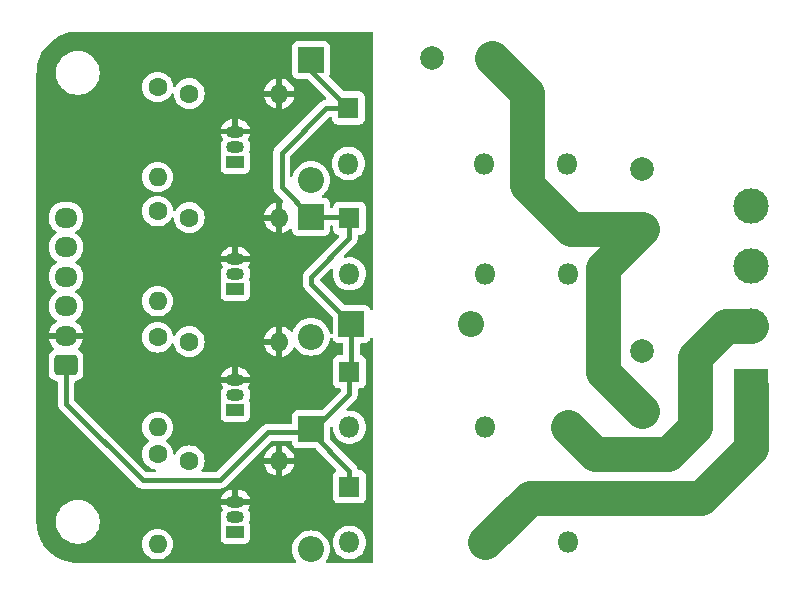
<source format=gtl>
G04 #@! TF.GenerationSoftware,KiCad,Pcbnew,8.0.2-8.0.2-0~ubuntu22.04.1*
G04 #@! TF.CreationDate,2024-05-09T21:57:19-07:00*
G04 #@! TF.ProjectId,pifire-relay-module,70696669-7265-42d7-9265-6c61792d6d6f,rev?*
G04 #@! TF.SameCoordinates,Original*
G04 #@! TF.FileFunction,Copper,L1,Top*
G04 #@! TF.FilePolarity,Positive*
%FSLAX46Y46*%
G04 Gerber Fmt 4.6, Leading zero omitted, Abs format (unit mm)*
G04 Created by KiCad (PCBNEW 8.0.2-8.0.2-0~ubuntu22.04.1) date 2024-05-09 21:57:19*
%MOMM*%
%LPD*%
G01*
G04 APERTURE LIST*
G04 Aperture macros list*
%AMRoundRect*
0 Rectangle with rounded corners*
0 $1 Rounding radius*
0 $2 $3 $4 $5 $6 $7 $8 $9 X,Y pos of 4 corners*
0 Add a 4 corners polygon primitive as box body*
4,1,4,$2,$3,$4,$5,$6,$7,$8,$9,$2,$3,0*
0 Add four circle primitives for the rounded corners*
1,1,$1+$1,$2,$3*
1,1,$1+$1,$4,$5*
1,1,$1+$1,$6,$7*
1,1,$1+$1,$8,$9*
0 Add four rect primitives between the rounded corners*
20,1,$1+$1,$2,$3,$4,$5,0*
20,1,$1+$1,$4,$5,$6,$7,0*
20,1,$1+$1,$6,$7,$8,$9,0*
20,1,$1+$1,$8,$9,$2,$3,0*%
G04 Aperture macros list end*
G04 #@! TA.AperFunction,ComponentPad*
%ADD10O,1.800000X1.800000*%
G04 #@! TD*
G04 #@! TA.AperFunction,ComponentPad*
%ADD11R,1.800000X1.800000*%
G04 #@! TD*
G04 #@! TA.AperFunction,ComponentPad*
%ADD12R,2.200000X2.200000*%
G04 #@! TD*
G04 #@! TA.AperFunction,ComponentPad*
%ADD13O,2.200000X2.200000*%
G04 #@! TD*
G04 #@! TA.AperFunction,ComponentPad*
%ADD14C,1.600000*%
G04 #@! TD*
G04 #@! TA.AperFunction,ComponentPad*
%ADD15O,1.600000X1.600000*%
G04 #@! TD*
G04 #@! TA.AperFunction,ComponentPad*
%ADD16R,1.500000X1.050000*%
G04 #@! TD*
G04 #@! TA.AperFunction,ComponentPad*
%ADD17O,1.500000X1.050000*%
G04 #@! TD*
G04 #@! TA.AperFunction,ComponentPad*
%ADD18C,2.000000*%
G04 #@! TD*
G04 #@! TA.AperFunction,ComponentPad*
%ADD19RoundRect,0.250000X0.725000X-0.600000X0.725000X0.600000X-0.725000X0.600000X-0.725000X-0.600000X0*%
G04 #@! TD*
G04 #@! TA.AperFunction,ComponentPad*
%ADD20O,1.950000X1.700000*%
G04 #@! TD*
G04 #@! TA.AperFunction,ComponentPad*
%ADD21R,3.000000X3.000000*%
G04 #@! TD*
G04 #@! TA.AperFunction,ComponentPad*
%ADD22C,3.000000*%
G04 #@! TD*
G04 #@! TA.AperFunction,Conductor*
%ADD23C,3.000000*%
G04 #@! TD*
G04 #@! TA.AperFunction,Conductor*
%ADD24C,0.400000*%
G04 #@! TD*
G04 APERTURE END LIST*
D10*
X63500000Y-59000000D03*
X70500000Y-59000000D03*
D11*
X52000000Y-54300000D03*
D10*
X52000000Y-59000000D03*
D12*
X48750000Y-27920000D03*
D13*
X48750000Y-38080000D03*
D14*
X38440000Y-61832500D03*
D15*
X46060000Y-61832500D03*
D16*
X42332500Y-67852500D03*
D17*
X42332500Y-66582500D03*
X42332500Y-65312500D03*
D14*
X38440000Y-41250000D03*
D15*
X46060000Y-41250000D03*
D18*
X76740000Y-57580000D03*
X76750000Y-52500000D03*
D14*
X38440000Y-30750000D03*
D15*
X46060000Y-30750000D03*
D12*
X52170000Y-50250000D03*
D13*
X62330000Y-50250000D03*
D10*
X63500000Y-68750000D03*
X70500000Y-68750000D03*
D11*
X52000000Y-64050000D03*
D10*
X52000000Y-68750000D03*
X63500000Y-46000000D03*
X70500000Y-46000000D03*
D11*
X52000000Y-41300000D03*
D10*
X52000000Y-46000000D03*
D14*
X38440000Y-51750000D03*
D15*
X46060000Y-51750000D03*
D14*
X35750000Y-51380000D03*
D15*
X35750000Y-59000000D03*
D12*
X48750000Y-59170000D03*
D13*
X48750000Y-69330000D03*
D19*
X28000000Y-53750000D03*
D20*
X28000000Y-51250000D03*
X28000000Y-48750000D03*
X28000000Y-46250000D03*
X28000000Y-43750000D03*
X28000000Y-41250000D03*
D12*
X48750000Y-41170000D03*
D13*
X48750000Y-51330000D03*
D18*
X64040000Y-27750000D03*
X58960000Y-27740000D03*
D14*
X35750000Y-30190000D03*
D15*
X35750000Y-37810000D03*
D21*
X86000000Y-55500000D03*
D22*
X86000000Y-50420000D03*
X86000000Y-45340000D03*
X86000000Y-40260000D03*
D10*
X63417500Y-36667500D03*
X70417500Y-36667500D03*
D11*
X51917500Y-31967500D03*
D10*
X51917500Y-36667500D03*
D14*
X35750000Y-61272500D03*
D15*
X35750000Y-68892500D03*
D16*
X42332500Y-57500000D03*
D17*
X42332500Y-56230000D03*
X42332500Y-54960000D03*
D16*
X42332500Y-36500000D03*
D17*
X42332500Y-35230000D03*
X42332500Y-33960000D03*
D14*
X35750000Y-40690000D03*
D15*
X35750000Y-48310000D03*
D18*
X76750000Y-42250000D03*
X76760000Y-37170000D03*
D16*
X42332500Y-47290000D03*
D17*
X42332500Y-46020000D03*
X42332500Y-44750000D03*
D23*
X76740000Y-57580000D02*
X73500000Y-54340000D01*
X73500000Y-45500000D02*
X76750000Y-42250000D01*
X67000000Y-30710000D02*
X64040000Y-27750000D01*
X67000000Y-38500000D02*
X67000000Y-30710000D01*
X73500000Y-54340000D02*
X73500000Y-45500000D01*
X76750000Y-42250000D02*
X70750000Y-42250000D01*
X70750000Y-42250000D02*
X67000000Y-38500000D01*
D24*
X48750000Y-46830000D02*
X48750000Y-46250000D01*
X48750000Y-41170000D02*
X51870000Y-41170000D01*
X48750000Y-28800000D02*
X51917500Y-31967500D01*
X52170000Y-50250000D02*
X52170000Y-54130000D01*
X52000000Y-43000000D02*
X52000000Y-41300000D01*
X28000000Y-57000000D02*
X34500000Y-63500000D01*
X41000000Y-63500000D02*
X34500000Y-63500000D01*
X52170000Y-50250000D02*
X48750000Y-46830000D01*
X52000000Y-62670000D02*
X52000000Y-64050000D01*
X48750000Y-59420000D02*
X52000000Y-62670000D01*
X52170000Y-54130000D02*
X52000000Y-54300000D01*
X28000000Y-53750000D02*
X28000000Y-57000000D01*
X46250000Y-38670000D02*
X48750000Y-41170000D01*
X51870000Y-41170000D02*
X52000000Y-41300000D01*
X46250000Y-35750000D02*
X46250000Y-38670000D01*
X52000000Y-54300000D02*
X52000000Y-56170000D01*
X50032500Y-31967500D02*
X46250000Y-35750000D01*
X48750000Y-46250000D02*
X52000000Y-43000000D01*
X48750000Y-27920000D02*
X48750000Y-28800000D01*
X51917500Y-31967500D02*
X50032500Y-31967500D01*
X52000000Y-56170000D02*
X48750000Y-59420000D01*
X48750000Y-59420000D02*
X45080000Y-59420000D01*
X45080000Y-59420000D02*
X41000000Y-63500000D01*
D23*
X81250000Y-53048680D02*
X81250000Y-59000000D01*
X72750000Y-61250000D02*
X70500000Y-59000000D01*
X81250000Y-59000000D02*
X79000000Y-61250000D01*
X79000000Y-61250000D02*
X72750000Y-61250000D01*
X86000000Y-50420000D02*
X83878680Y-50420000D01*
X83878680Y-50420000D02*
X81250000Y-53048680D01*
X63500000Y-68750000D02*
X67250000Y-65000000D01*
X81750000Y-65000000D02*
X86000000Y-60750000D01*
X67250000Y-65000000D02*
X81750000Y-65000000D01*
X86000000Y-60750000D02*
X86000000Y-55500000D01*
G04 #@! TA.AperFunction,Conductor*
G36*
X53943039Y-25520185D02*
G01*
X53988794Y-25572989D01*
X54000000Y-25624500D01*
X54000000Y-48987726D01*
X53980315Y-49054765D01*
X53927511Y-49100520D01*
X53858353Y-49110464D01*
X53794797Y-49081439D01*
X53759818Y-49031059D01*
X53713797Y-48907671D01*
X53713793Y-48907664D01*
X53627547Y-48792455D01*
X53627544Y-48792452D01*
X53512335Y-48706206D01*
X53512328Y-48706202D01*
X53377482Y-48655908D01*
X53377483Y-48655908D01*
X53317883Y-48649501D01*
X53317881Y-48649500D01*
X53317873Y-48649500D01*
X53317865Y-48649500D01*
X51611519Y-48649500D01*
X51544480Y-48629815D01*
X51523838Y-48613181D01*
X50567922Y-47657265D01*
X49538336Y-46627680D01*
X49504852Y-46566358D01*
X49509836Y-46496666D01*
X49538337Y-46452319D01*
X50428325Y-45562331D01*
X50489648Y-45528846D01*
X50559340Y-45533830D01*
X50615273Y-45575702D01*
X50639690Y-45641166D01*
X50636212Y-45680452D01*
X50613866Y-45768691D01*
X50613864Y-45768702D01*
X50594700Y-45999993D01*
X50594700Y-46000006D01*
X50613864Y-46231297D01*
X50613866Y-46231308D01*
X50670842Y-46456300D01*
X50764075Y-46668848D01*
X50891016Y-46863147D01*
X50891019Y-46863151D01*
X50891021Y-46863153D01*
X51048216Y-47033913D01*
X51048219Y-47033915D01*
X51048222Y-47033918D01*
X51231365Y-47176464D01*
X51231371Y-47176468D01*
X51231374Y-47176470D01*
X51398860Y-47267109D01*
X51422872Y-47280104D01*
X51435497Y-47286936D01*
X51549487Y-47326068D01*
X51655015Y-47362297D01*
X51655017Y-47362297D01*
X51655019Y-47362298D01*
X51883951Y-47400500D01*
X51883952Y-47400500D01*
X52116048Y-47400500D01*
X52116049Y-47400500D01*
X52344981Y-47362298D01*
X52564503Y-47286936D01*
X52768626Y-47176470D01*
X52951784Y-47033913D01*
X53108979Y-46863153D01*
X53235924Y-46668849D01*
X53329157Y-46456300D01*
X53386134Y-46231305D01*
X53392546Y-46153922D01*
X53405300Y-46000006D01*
X53405300Y-45999993D01*
X53386135Y-45768702D01*
X53386133Y-45768691D01*
X53329157Y-45543699D01*
X53235924Y-45331151D01*
X53108983Y-45136852D01*
X53108980Y-45136849D01*
X53108979Y-45136847D01*
X52951784Y-44966087D01*
X52951779Y-44966083D01*
X52951777Y-44966081D01*
X52768634Y-44823535D01*
X52768628Y-44823531D01*
X52564504Y-44713064D01*
X52564495Y-44713061D01*
X52344984Y-44637702D01*
X52173282Y-44609050D01*
X52116049Y-44599500D01*
X51883951Y-44599500D01*
X51674243Y-44634493D01*
X51604878Y-44626111D01*
X51551056Y-44581558D01*
X51529866Y-44514979D01*
X51548034Y-44447513D01*
X51566150Y-44424506D01*
X52544114Y-43446543D01*
X52620775Y-43331811D01*
X52673580Y-43204328D01*
X52700500Y-43068994D01*
X52700500Y-42931006D01*
X52700500Y-42824499D01*
X52720185Y-42757460D01*
X52772989Y-42711705D01*
X52824500Y-42700499D01*
X52947871Y-42700499D01*
X52947872Y-42700499D01*
X53007483Y-42694091D01*
X53142331Y-42643796D01*
X53257546Y-42557546D01*
X53343796Y-42442331D01*
X53394091Y-42307483D01*
X53400500Y-42247873D01*
X53400499Y-40352128D01*
X53394091Y-40292517D01*
X53375810Y-40243504D01*
X53343797Y-40157671D01*
X53343793Y-40157664D01*
X53257547Y-40042455D01*
X53257544Y-40042452D01*
X53142335Y-39956206D01*
X53142328Y-39956202D01*
X53007482Y-39905908D01*
X53007483Y-39905908D01*
X52947883Y-39899501D01*
X52947881Y-39899500D01*
X52947873Y-39899500D01*
X52947864Y-39899500D01*
X51052129Y-39899500D01*
X51052123Y-39899501D01*
X50992516Y-39905908D01*
X50857671Y-39956202D01*
X50857664Y-39956206D01*
X50742455Y-40042452D01*
X50742452Y-40042455D01*
X50656206Y-40157664D01*
X50656202Y-40157671D01*
X50605908Y-40292517D01*
X50599499Y-40352127D01*
X50599498Y-40352162D01*
X50599495Y-40352169D01*
X50599145Y-40355428D01*
X50598374Y-40355345D01*
X50576240Y-40418047D01*
X50521054Y-40460899D01*
X50475677Y-40469500D01*
X50474499Y-40469500D01*
X50407460Y-40449815D01*
X50361705Y-40397011D01*
X50350499Y-40345500D01*
X50350499Y-40022129D01*
X50350498Y-40022123D01*
X50344091Y-39962516D01*
X50293797Y-39827671D01*
X50293793Y-39827664D01*
X50207547Y-39712455D01*
X50207544Y-39712452D01*
X50092335Y-39626206D01*
X50092328Y-39626202D01*
X49957482Y-39575908D01*
X49957483Y-39575908D01*
X49897883Y-39569501D01*
X49897881Y-39569500D01*
X49897873Y-39569500D01*
X49897865Y-39569500D01*
X49806536Y-39569500D01*
X49739497Y-39549815D01*
X49693742Y-39497011D01*
X49683798Y-39427853D01*
X49712823Y-39364297D01*
X49726005Y-39351210D01*
X49749946Y-39330762D01*
X49885224Y-39215224D01*
X50048836Y-39023659D01*
X50180466Y-38808859D01*
X50276873Y-38576111D01*
X50335683Y-38331148D01*
X50355449Y-38080000D01*
X50335683Y-37828852D01*
X50276873Y-37583889D01*
X50193475Y-37382547D01*
X50180466Y-37351140D01*
X50048839Y-37136346D01*
X50048838Y-37136343D01*
X49994628Y-37072872D01*
X49885224Y-36944776D01*
X49727367Y-36809953D01*
X49693656Y-36781161D01*
X49693653Y-36781160D01*
X49508167Y-36667493D01*
X50512200Y-36667493D01*
X50512200Y-36667506D01*
X50531364Y-36898797D01*
X50531366Y-36898808D01*
X50588342Y-37123800D01*
X50681575Y-37336348D01*
X50808516Y-37530647D01*
X50808519Y-37530651D01*
X50808521Y-37530653D01*
X50965716Y-37701413D01*
X50965719Y-37701415D01*
X50965722Y-37701418D01*
X51148865Y-37843964D01*
X51148871Y-37843968D01*
X51148874Y-37843970D01*
X51352997Y-37954436D01*
X51466987Y-37993568D01*
X51572515Y-38029797D01*
X51572517Y-38029797D01*
X51572519Y-38029798D01*
X51801451Y-38068000D01*
X51801452Y-38068000D01*
X52033548Y-38068000D01*
X52033549Y-38068000D01*
X52262481Y-38029798D01*
X52482003Y-37954436D01*
X52686126Y-37843970D01*
X52869284Y-37701413D01*
X53026479Y-37530653D01*
X53153424Y-37336349D01*
X53246657Y-37123800D01*
X53303634Y-36898805D01*
X53303635Y-36898797D01*
X53322800Y-36667506D01*
X53322800Y-36667493D01*
X53303635Y-36436202D01*
X53303633Y-36436191D01*
X53246657Y-36211199D01*
X53153424Y-35998651D01*
X53026483Y-35804352D01*
X53026480Y-35804349D01*
X53026479Y-35804347D01*
X52869284Y-35633587D01*
X52869279Y-35633583D01*
X52869277Y-35633581D01*
X52686134Y-35491035D01*
X52686128Y-35491031D01*
X52482004Y-35380564D01*
X52481995Y-35380561D01*
X52262484Y-35305202D01*
X52090782Y-35276550D01*
X52033549Y-35267000D01*
X51801451Y-35267000D01*
X51755664Y-35274640D01*
X51572515Y-35305202D01*
X51353004Y-35380561D01*
X51352995Y-35380564D01*
X51148871Y-35491031D01*
X51148865Y-35491035D01*
X50965722Y-35633581D01*
X50965719Y-35633584D01*
X50808516Y-35804352D01*
X50681575Y-35998651D01*
X50588342Y-36211199D01*
X50531366Y-36436191D01*
X50531364Y-36436202D01*
X50512200Y-36667493D01*
X49508167Y-36667493D01*
X49478859Y-36649533D01*
X49246110Y-36553126D01*
X49001151Y-36494317D01*
X48750000Y-36474551D01*
X48498848Y-36494317D01*
X48253889Y-36553126D01*
X48021140Y-36649533D01*
X47806346Y-36781160D01*
X47806343Y-36781161D01*
X47614776Y-36944776D01*
X47451161Y-37136343D01*
X47451160Y-37136346D01*
X47319533Y-37351140D01*
X47223126Y-37583889D01*
X47195074Y-37700738D01*
X47160283Y-37761330D01*
X47098257Y-37793494D01*
X47028688Y-37787018D01*
X46973664Y-37743958D01*
X46950655Y-37677986D01*
X46950500Y-37671791D01*
X46950500Y-36091519D01*
X46970185Y-36024480D01*
X46986819Y-36003838D01*
X50286338Y-32704319D01*
X50347661Y-32670834D01*
X50374019Y-32668000D01*
X50393001Y-32668000D01*
X50460040Y-32687685D01*
X50505795Y-32740489D01*
X50517001Y-32792000D01*
X50517001Y-32915376D01*
X50523408Y-32974983D01*
X50573702Y-33109828D01*
X50573706Y-33109835D01*
X50659952Y-33225044D01*
X50659955Y-33225047D01*
X50775164Y-33311293D01*
X50775171Y-33311297D01*
X50910017Y-33361591D01*
X50910016Y-33361591D01*
X50916944Y-33362335D01*
X50969627Y-33368000D01*
X52865372Y-33367999D01*
X52924983Y-33361591D01*
X53059831Y-33311296D01*
X53175046Y-33225046D01*
X53261296Y-33109831D01*
X53311591Y-32974983D01*
X53318000Y-32915373D01*
X53317999Y-31019628D01*
X53311591Y-30960017D01*
X53267847Y-30842734D01*
X53261297Y-30825171D01*
X53261293Y-30825164D01*
X53175047Y-30709955D01*
X53175044Y-30709952D01*
X53059835Y-30623706D01*
X53059828Y-30623702D01*
X52924982Y-30573408D01*
X52924983Y-30573408D01*
X52865383Y-30567001D01*
X52865381Y-30567000D01*
X52865373Y-30567000D01*
X52865365Y-30567000D01*
X51559019Y-30567000D01*
X51491980Y-30547315D01*
X51471338Y-30530681D01*
X50325476Y-29384820D01*
X50291991Y-29323497D01*
X50296974Y-29253808D01*
X50344091Y-29127483D01*
X50350500Y-29067873D01*
X50350499Y-26772128D01*
X50344091Y-26712517D01*
X50294508Y-26579579D01*
X50293797Y-26577671D01*
X50293793Y-26577664D01*
X50207547Y-26462455D01*
X50207544Y-26462452D01*
X50092335Y-26376206D01*
X50092328Y-26376202D01*
X49957482Y-26325908D01*
X49957483Y-26325908D01*
X49897883Y-26319501D01*
X49897881Y-26319500D01*
X49897873Y-26319500D01*
X49897864Y-26319500D01*
X47602129Y-26319500D01*
X47602123Y-26319501D01*
X47542516Y-26325908D01*
X47407671Y-26376202D01*
X47407664Y-26376206D01*
X47292455Y-26462452D01*
X47292452Y-26462455D01*
X47206206Y-26577664D01*
X47206202Y-26577671D01*
X47155908Y-26712517D01*
X47149501Y-26772116D01*
X47149501Y-26772123D01*
X47149500Y-26772135D01*
X47149500Y-29067870D01*
X47149501Y-29067876D01*
X47155908Y-29127483D01*
X47206202Y-29262328D01*
X47206206Y-29262335D01*
X47292452Y-29377544D01*
X47292455Y-29377547D01*
X47407664Y-29463793D01*
X47407671Y-29463797D01*
X47542517Y-29514091D01*
X47542516Y-29514091D01*
X47549444Y-29514835D01*
X47602127Y-29520500D01*
X48428480Y-29520499D01*
X48495519Y-29540183D01*
X48516161Y-29556818D01*
X49336602Y-30377259D01*
X50018696Y-31059352D01*
X50052181Y-31120675D01*
X50047197Y-31190367D01*
X50005325Y-31246300D01*
X49955207Y-31268650D01*
X49828177Y-31293918D01*
X49828167Y-31293921D01*
X49700692Y-31346722D01*
X49585954Y-31423387D01*
X45705887Y-35303454D01*
X45629222Y-35418192D01*
X45576421Y-35545667D01*
X45576418Y-35545679D01*
X45554048Y-35658142D01*
X45554048Y-35658145D01*
X45549846Y-35679270D01*
X45549500Y-35681007D01*
X45549500Y-38601006D01*
X45549500Y-38738994D01*
X45549500Y-38738996D01*
X45549499Y-38738996D01*
X45576418Y-38874322D01*
X45576421Y-38874332D01*
X45629222Y-39001807D01*
X45705887Y-39116545D01*
X45705888Y-39116546D01*
X46351741Y-39762398D01*
X46385226Y-39823721D01*
X46380242Y-39893412D01*
X46339547Y-39948455D01*
X46310000Y-39971127D01*
X46310000Y-40934314D01*
X46305606Y-40929920D01*
X46214394Y-40877259D01*
X46112661Y-40850000D01*
X46007339Y-40850000D01*
X45905606Y-40877259D01*
X45814394Y-40929920D01*
X45810000Y-40934314D01*
X45810000Y-39971127D01*
X45613671Y-40023734D01*
X45407517Y-40119865D01*
X45221179Y-40250342D01*
X45060342Y-40411179D01*
X44929865Y-40597517D01*
X44833734Y-40803673D01*
X44833730Y-40803682D01*
X44781127Y-40999999D01*
X44781128Y-41000000D01*
X45744314Y-41000000D01*
X45739920Y-41004394D01*
X45687259Y-41095606D01*
X45660000Y-41197339D01*
X45660000Y-41302661D01*
X45687259Y-41404394D01*
X45739920Y-41495606D01*
X45744314Y-41500000D01*
X44781128Y-41500000D01*
X44833730Y-41696317D01*
X44833734Y-41696326D01*
X44929865Y-41902482D01*
X45060342Y-42088820D01*
X45221179Y-42249657D01*
X45407517Y-42380134D01*
X45613673Y-42476265D01*
X45613682Y-42476269D01*
X45809999Y-42528872D01*
X45810000Y-42528871D01*
X45810000Y-41565686D01*
X45814394Y-41570080D01*
X45905606Y-41622741D01*
X46007339Y-41650000D01*
X46112661Y-41650000D01*
X46214394Y-41622741D01*
X46305606Y-41570080D01*
X46310000Y-41565686D01*
X46310000Y-42528872D01*
X46506317Y-42476269D01*
X46506326Y-42476265D01*
X46712482Y-42380134D01*
X46898819Y-42249658D01*
X46937818Y-42210659D01*
X46999140Y-42177173D01*
X47068832Y-42182157D01*
X47124766Y-42224027D01*
X47149184Y-42289491D01*
X47149500Y-42298334D01*
X47149500Y-42317867D01*
X47149501Y-42317876D01*
X47155908Y-42377483D01*
X47206202Y-42512328D01*
X47206206Y-42512335D01*
X47292452Y-42627544D01*
X47292455Y-42627547D01*
X47407664Y-42713793D01*
X47407671Y-42713797D01*
X47542517Y-42764091D01*
X47542516Y-42764091D01*
X47549444Y-42764835D01*
X47602127Y-42770500D01*
X49897872Y-42770499D01*
X49957483Y-42764091D01*
X50092331Y-42713796D01*
X50207546Y-42627546D01*
X50293796Y-42512331D01*
X50344091Y-42377483D01*
X50350500Y-42317873D01*
X50350500Y-41994500D01*
X50370185Y-41927461D01*
X50422989Y-41881706D01*
X50474500Y-41870500D01*
X50475501Y-41870500D01*
X50542540Y-41890185D01*
X50588295Y-41942989D01*
X50599501Y-41994500D01*
X50599501Y-42247876D01*
X50605908Y-42307483D01*
X50656202Y-42442328D01*
X50656206Y-42442335D01*
X50742452Y-42557544D01*
X50742455Y-42557547D01*
X50857664Y-42643793D01*
X50857671Y-42643797D01*
X50992513Y-42694090D01*
X50992514Y-42694090D01*
X50992517Y-42694091D01*
X51026232Y-42697715D01*
X51090780Y-42724451D01*
X51130630Y-42781842D01*
X51133125Y-42851668D01*
X51100657Y-42908685D01*
X48205888Y-45803453D01*
X48205887Y-45803454D01*
X48129222Y-45918192D01*
X48076421Y-46045667D01*
X48076418Y-46045679D01*
X48054888Y-46153920D01*
X48054888Y-46153922D01*
X48049500Y-46181007D01*
X48049500Y-46761006D01*
X48049500Y-46898994D01*
X48049500Y-46898996D01*
X48049499Y-46898996D01*
X48076418Y-47034322D01*
X48076421Y-47034332D01*
X48129222Y-47161807D01*
X48205887Y-47276545D01*
X48205888Y-47276546D01*
X50533181Y-49603837D01*
X50566666Y-49665160D01*
X50569500Y-49691518D01*
X50569500Y-51005102D01*
X50549815Y-51072141D01*
X50497011Y-51117896D01*
X50427853Y-51127840D01*
X50364297Y-51098815D01*
X50326523Y-51040037D01*
X50324931Y-51034070D01*
X50276873Y-50833889D01*
X50188222Y-50619865D01*
X50180466Y-50601140D01*
X50048839Y-50386346D01*
X50048838Y-50386343D01*
X50011875Y-50343066D01*
X49885224Y-50194776D01*
X49758571Y-50086604D01*
X49693656Y-50031161D01*
X49693653Y-50031160D01*
X49478859Y-49899533D01*
X49246110Y-49803126D01*
X49001151Y-49744317D01*
X48750000Y-49724551D01*
X48498848Y-49744317D01*
X48253889Y-49803126D01*
X48021140Y-49899533D01*
X47806346Y-50031160D01*
X47806343Y-50031161D01*
X47614776Y-50194776D01*
X47451161Y-50386343D01*
X47451160Y-50386346D01*
X47319533Y-50601140D01*
X47223627Y-50832679D01*
X47179786Y-50887082D01*
X47113492Y-50909147D01*
X47045792Y-50891868D01*
X47021385Y-50872907D01*
X46898820Y-50750342D01*
X46712482Y-50619865D01*
X46506328Y-50523734D01*
X46310000Y-50471127D01*
X46310000Y-51434314D01*
X46305606Y-51429920D01*
X46214394Y-51377259D01*
X46112661Y-51350000D01*
X46007339Y-51350000D01*
X45905606Y-51377259D01*
X45814394Y-51429920D01*
X45810000Y-51434314D01*
X45810000Y-50471127D01*
X45613671Y-50523734D01*
X45407517Y-50619865D01*
X45221179Y-50750342D01*
X45060342Y-50911179D01*
X44929865Y-51097517D01*
X44833734Y-51303673D01*
X44833730Y-51303682D01*
X44781127Y-51499999D01*
X44781128Y-51500000D01*
X45744314Y-51500000D01*
X45739920Y-51504394D01*
X45687259Y-51595606D01*
X45660000Y-51697339D01*
X45660000Y-51802661D01*
X45687259Y-51904394D01*
X45739920Y-51995606D01*
X45744314Y-52000000D01*
X44781128Y-52000000D01*
X44833730Y-52196317D01*
X44833734Y-52196326D01*
X44929865Y-52402482D01*
X45060342Y-52588820D01*
X45221179Y-52749657D01*
X45407517Y-52880134D01*
X45613673Y-52976265D01*
X45613682Y-52976269D01*
X45809999Y-53028872D01*
X45810000Y-53028871D01*
X45810000Y-52065686D01*
X45814394Y-52070080D01*
X45905606Y-52122741D01*
X46007339Y-52150000D01*
X46112661Y-52150000D01*
X46214394Y-52122741D01*
X46305606Y-52070080D01*
X46310000Y-52065686D01*
X46310000Y-53028872D01*
X46506317Y-52976269D01*
X46506326Y-52976265D01*
X46712482Y-52880134D01*
X46898820Y-52749657D01*
X47059657Y-52588820D01*
X47190134Y-52402481D01*
X47190135Y-52402479D01*
X47239798Y-52295977D01*
X47285970Y-52243537D01*
X47353163Y-52224385D01*
X47420044Y-52244600D01*
X47447305Y-52270547D01*
X47448000Y-52269954D01*
X47451162Y-52273656D01*
X47451164Y-52273659D01*
X47614776Y-52465224D01*
X47759488Y-52588820D01*
X47806343Y-52628838D01*
X47806346Y-52628839D01*
X48021140Y-52760466D01*
X48253889Y-52856873D01*
X48498852Y-52915683D01*
X48750000Y-52935449D01*
X49001148Y-52915683D01*
X49246111Y-52856873D01*
X49478859Y-52760466D01*
X49693659Y-52628836D01*
X49885224Y-52465224D01*
X50048836Y-52273659D01*
X50180466Y-52058859D01*
X50276873Y-51826111D01*
X50335683Y-51581148D01*
X50341610Y-51505831D01*
X50366493Y-51440547D01*
X50422723Y-51399076D01*
X50492449Y-51394589D01*
X50553531Y-51428510D01*
X50581409Y-51472231D01*
X50626202Y-51592328D01*
X50626206Y-51592335D01*
X50712452Y-51707544D01*
X50712455Y-51707547D01*
X50827664Y-51793793D01*
X50827671Y-51793797D01*
X50851437Y-51802661D01*
X50962517Y-51844091D01*
X51022127Y-51850500D01*
X51345500Y-51850499D01*
X51412539Y-51870183D01*
X51458294Y-51922987D01*
X51469500Y-51974499D01*
X51469500Y-52775500D01*
X51449815Y-52842539D01*
X51397011Y-52888294D01*
X51345500Y-52899500D01*
X51052130Y-52899500D01*
X51052123Y-52899501D01*
X50992516Y-52905908D01*
X50857671Y-52956202D01*
X50857664Y-52956206D01*
X50742455Y-53042452D01*
X50742452Y-53042455D01*
X50656206Y-53157664D01*
X50656202Y-53157671D01*
X50605908Y-53292517D01*
X50599501Y-53352116D01*
X50599501Y-53352123D01*
X50599500Y-53352135D01*
X50599500Y-55247870D01*
X50599501Y-55247876D01*
X50605908Y-55307483D01*
X50656202Y-55442328D01*
X50656206Y-55442335D01*
X50742452Y-55557544D01*
X50742455Y-55557547D01*
X50857664Y-55643793D01*
X50857671Y-55643797D01*
X50900353Y-55659716D01*
X50992517Y-55694091D01*
X51052127Y-55700500D01*
X51175500Y-55700499D01*
X51242539Y-55720183D01*
X51288294Y-55772987D01*
X51299500Y-55824499D01*
X51299500Y-55828480D01*
X51279815Y-55895519D01*
X51263181Y-55916161D01*
X49646160Y-57533181D01*
X49584837Y-57566666D01*
X49558479Y-57569500D01*
X47602129Y-57569500D01*
X47602123Y-57569501D01*
X47542516Y-57575908D01*
X47407671Y-57626202D01*
X47407664Y-57626206D01*
X47292455Y-57712452D01*
X47292452Y-57712455D01*
X47206206Y-57827664D01*
X47206202Y-57827671D01*
X47155908Y-57962517D01*
X47149501Y-58022116D01*
X47149500Y-58022135D01*
X47149500Y-58595500D01*
X47129815Y-58662539D01*
X47077011Y-58708294D01*
X47025500Y-58719500D01*
X45011003Y-58719500D01*
X44902590Y-58741065D01*
X44902589Y-58741065D01*
X44889131Y-58743742D01*
X44875673Y-58746419D01*
X44875671Y-58746420D01*
X44822866Y-58768292D01*
X44822864Y-58768293D01*
X44822863Y-58768292D01*
X44748191Y-58799223D01*
X44651877Y-58863579D01*
X44633457Y-58875886D01*
X44633451Y-58875891D01*
X40746162Y-62763181D01*
X40684839Y-62796666D01*
X40658481Y-62799500D01*
X39588719Y-62799500D01*
X39521680Y-62779815D01*
X39475925Y-62727011D01*
X39465981Y-62657853D01*
X39487144Y-62604377D01*
X39500079Y-62585904D01*
X39570568Y-62485234D01*
X39666739Y-62278996D01*
X39725635Y-62059192D01*
X39745468Y-61832500D01*
X39744377Y-61820035D01*
X39725635Y-61605813D01*
X39725635Y-61605808D01*
X39666739Y-61386004D01*
X39570568Y-61179766D01*
X39440047Y-60993361D01*
X39440045Y-60993358D01*
X39279141Y-60832454D01*
X39092734Y-60701932D01*
X39092732Y-60701931D01*
X38886497Y-60605761D01*
X38886488Y-60605758D01*
X38666697Y-60546866D01*
X38666693Y-60546865D01*
X38666692Y-60546865D01*
X38666691Y-60546864D01*
X38666686Y-60546864D01*
X38440002Y-60527032D01*
X38439998Y-60527032D01*
X38213313Y-60546864D01*
X38213302Y-60546866D01*
X37993511Y-60605758D01*
X37993502Y-60605761D01*
X37787267Y-60701931D01*
X37787265Y-60701932D01*
X37600858Y-60832454D01*
X37439954Y-60993358D01*
X37309433Y-61179764D01*
X37309432Y-61179766D01*
X37285170Y-61231797D01*
X37284334Y-61233589D01*
X37238161Y-61286028D01*
X37170967Y-61305179D01*
X37104086Y-61284963D01*
X37058752Y-61231797D01*
X37048424Y-61191990D01*
X37035635Y-61045808D01*
X36976739Y-60826004D01*
X36880568Y-60619766D01*
X36750047Y-60433361D01*
X36750045Y-60433358D01*
X36589141Y-60272454D01*
X36539685Y-60237825D01*
X36496060Y-60183249D01*
X36488866Y-60113750D01*
X36520388Y-60051395D01*
X36539685Y-60034675D01*
X36554282Y-60024453D01*
X36589139Y-60000047D01*
X36750047Y-59839139D01*
X36880568Y-59652734D01*
X36976739Y-59446496D01*
X37035635Y-59226692D01*
X37054065Y-59016042D01*
X37055468Y-59000001D01*
X37055468Y-58999998D01*
X37044610Y-58875891D01*
X37035635Y-58773308D01*
X36976739Y-58553504D01*
X36880568Y-58347266D01*
X36750047Y-58160861D01*
X36750045Y-58160858D01*
X36589141Y-57999954D01*
X36402734Y-57869432D01*
X36402732Y-57869431D01*
X36196497Y-57773261D01*
X36196488Y-57773258D01*
X35976697Y-57714366D01*
X35976693Y-57714365D01*
X35976692Y-57714365D01*
X35976691Y-57714364D01*
X35976686Y-57714364D01*
X35750002Y-57694532D01*
X35749998Y-57694532D01*
X35523313Y-57714364D01*
X35523302Y-57714366D01*
X35303511Y-57773258D01*
X35303502Y-57773261D01*
X35097267Y-57869431D01*
X35097265Y-57869432D01*
X34910858Y-57999954D01*
X34749954Y-58160858D01*
X34619432Y-58347265D01*
X34619431Y-58347267D01*
X34523261Y-58553502D01*
X34523258Y-58553511D01*
X34464366Y-58773302D01*
X34464364Y-58773313D01*
X34444532Y-58999998D01*
X34444532Y-59000001D01*
X34464364Y-59226686D01*
X34464366Y-59226697D01*
X34523258Y-59446488D01*
X34523261Y-59446497D01*
X34619431Y-59652732D01*
X34619432Y-59652734D01*
X34749954Y-59839141D01*
X34910858Y-60000045D01*
X34960315Y-60034675D01*
X35003940Y-60089251D01*
X35011134Y-60158750D01*
X34979612Y-60221105D01*
X34960315Y-60237825D01*
X34910858Y-60272454D01*
X34749954Y-60433358D01*
X34619432Y-60619765D01*
X34619431Y-60619767D01*
X34523261Y-60826002D01*
X34523258Y-60826011D01*
X34464366Y-61045802D01*
X34464364Y-61045813D01*
X34444532Y-61272498D01*
X34444532Y-61272501D01*
X34464364Y-61499186D01*
X34464366Y-61499197D01*
X34523258Y-61718988D01*
X34523261Y-61718997D01*
X34619431Y-61925232D01*
X34619432Y-61925234D01*
X34749954Y-62111641D01*
X34910858Y-62272545D01*
X34919828Y-62278826D01*
X35097266Y-62403068D01*
X35303504Y-62499239D01*
X35491794Y-62549691D01*
X35514314Y-62555725D01*
X35573975Y-62592090D01*
X35604504Y-62654937D01*
X35596209Y-62724312D01*
X35551724Y-62778190D01*
X35485172Y-62799465D01*
X35482221Y-62799500D01*
X34841519Y-62799500D01*
X34774480Y-62779815D01*
X34753838Y-62763181D01*
X28736819Y-56746162D01*
X28703334Y-56684839D01*
X28700500Y-56658481D01*
X28700500Y-56128992D01*
X41082000Y-56128992D01*
X41082000Y-56331007D01*
X41121407Y-56529119D01*
X41121409Y-56529127D01*
X41154825Y-56609800D01*
X41162294Y-56679270D01*
X41142538Y-56724660D01*
X41142954Y-56724887D01*
X41140419Y-56729528D01*
X41139537Y-56731556D01*
X41138706Y-56732665D01*
X41138702Y-56732672D01*
X41088408Y-56867517D01*
X41082001Y-56927116D01*
X41082001Y-56927123D01*
X41082000Y-56927135D01*
X41082000Y-58072870D01*
X41082001Y-58072876D01*
X41088408Y-58132483D01*
X41138702Y-58267328D01*
X41138706Y-58267335D01*
X41224952Y-58382544D01*
X41224955Y-58382547D01*
X41340164Y-58468793D01*
X41340171Y-58468797D01*
X41475017Y-58519091D01*
X41475016Y-58519091D01*
X41481944Y-58519835D01*
X41534627Y-58525500D01*
X43130372Y-58525499D01*
X43189983Y-58519091D01*
X43324831Y-58468796D01*
X43440046Y-58382546D01*
X43526296Y-58267331D01*
X43576591Y-58132483D01*
X43583000Y-58072873D01*
X43582999Y-56927128D01*
X43576591Y-56867517D01*
X43526296Y-56732669D01*
X43525467Y-56731562D01*
X43524985Y-56730268D01*
X43522046Y-56724886D01*
X43522819Y-56724463D01*
X43501051Y-56666099D01*
X43510175Y-56609798D01*
X43543589Y-56529132D01*
X43543589Y-56529131D01*
X43543591Y-56529127D01*
X43583000Y-56331003D01*
X43583000Y-56128997D01*
X43543591Y-55930873D01*
X43466286Y-55744244D01*
X43412294Y-55663439D01*
X43391417Y-55596764D01*
X43409901Y-55529384D01*
X43412296Y-55525658D01*
X43465844Y-55445518D01*
X43465846Y-55445515D01*
X43543109Y-55258983D01*
X43543112Y-55258974D01*
X43552853Y-55210000D01*
X42698366Y-55210000D01*
X42674174Y-55207617D01*
X42658504Y-55204500D01*
X42658503Y-55204500D01*
X42618330Y-55204500D01*
X42632575Y-55190255D01*
X42681944Y-55104745D01*
X42707500Y-55009370D01*
X42707500Y-54910630D01*
X42681944Y-54815255D01*
X42632575Y-54729745D01*
X42612830Y-54710000D01*
X43552853Y-54710000D01*
X43543112Y-54661025D01*
X43543109Y-54661016D01*
X43465847Y-54474486D01*
X43465840Y-54474473D01*
X43353670Y-54306600D01*
X43353667Y-54306596D01*
X43210903Y-54163832D01*
X43210899Y-54163829D01*
X43043026Y-54051659D01*
X43043013Y-54051652D01*
X42856483Y-53974390D01*
X42856474Y-53974387D01*
X42658458Y-53935000D01*
X42582500Y-53935000D01*
X42582500Y-54679670D01*
X42562755Y-54659925D01*
X42477245Y-54610556D01*
X42381870Y-54585000D01*
X42283130Y-54585000D01*
X42187755Y-54610556D01*
X42102245Y-54659925D01*
X42082500Y-54679670D01*
X42082500Y-53935000D01*
X42006541Y-53935000D01*
X41808525Y-53974387D01*
X41808516Y-53974390D01*
X41621986Y-54051652D01*
X41621973Y-54051659D01*
X41454100Y-54163829D01*
X41454096Y-54163832D01*
X41311332Y-54306596D01*
X41311329Y-54306600D01*
X41199159Y-54474473D01*
X41199152Y-54474486D01*
X41121890Y-54661016D01*
X41121887Y-54661025D01*
X41112147Y-54710000D01*
X42052170Y-54710000D01*
X42032425Y-54729745D01*
X41983056Y-54815255D01*
X41957500Y-54910630D01*
X41957500Y-55009370D01*
X41983056Y-55104745D01*
X42032425Y-55190255D01*
X42046670Y-55204500D01*
X42006497Y-55204500D01*
X42006496Y-55204500D01*
X41990826Y-55207617D01*
X41966634Y-55210000D01*
X41112147Y-55210000D01*
X41121887Y-55258974D01*
X41121890Y-55258983D01*
X41199152Y-55445513D01*
X41199159Y-55445526D01*
X41252703Y-55525659D01*
X41273581Y-55592336D01*
X41255097Y-55659716D01*
X41252704Y-55663439D01*
X41198714Y-55744243D01*
X41121409Y-55930872D01*
X41121407Y-55930880D01*
X41082000Y-56128992D01*
X28700500Y-56128992D01*
X28700500Y-55220088D01*
X28720185Y-55153049D01*
X28772989Y-55107294D01*
X28811897Y-55096730D01*
X28877797Y-55089999D01*
X29044334Y-55034814D01*
X29193656Y-54942712D01*
X29317712Y-54818656D01*
X29409814Y-54669334D01*
X29464999Y-54502797D01*
X29475500Y-54400009D01*
X29475499Y-53099992D01*
X29464999Y-52997203D01*
X29409814Y-52830666D01*
X29317712Y-52681344D01*
X29193656Y-52557288D01*
X29044334Y-52465186D01*
X29044332Y-52465185D01*
X29038440Y-52461551D01*
X28991716Y-52409603D01*
X28980493Y-52340641D01*
X29008337Y-52276558D01*
X29015856Y-52268330D01*
X29154728Y-52129458D01*
X29279620Y-51957557D01*
X29376095Y-51768217D01*
X29441757Y-51566129D01*
X29441757Y-51566126D01*
X29452231Y-51500000D01*
X28404146Y-51500000D01*
X28442630Y-51433343D01*
X28456924Y-51379998D01*
X34444532Y-51379998D01*
X34444532Y-51380001D01*
X34464364Y-51606686D01*
X34464366Y-51606697D01*
X34523258Y-51826488D01*
X34523261Y-51826497D01*
X34619431Y-52032732D01*
X34619432Y-52032734D01*
X34749954Y-52219141D01*
X34910858Y-52380045D01*
X34942900Y-52402481D01*
X35097266Y-52510568D01*
X35303504Y-52606739D01*
X35523308Y-52665635D01*
X35685230Y-52679801D01*
X35749998Y-52685468D01*
X35750000Y-52685468D01*
X35750002Y-52685468D01*
X35806673Y-52680509D01*
X35976692Y-52665635D01*
X36196496Y-52606739D01*
X36402734Y-52510568D01*
X36589139Y-52380047D01*
X36750047Y-52219139D01*
X36880568Y-52032734D01*
X36920204Y-51947732D01*
X36966376Y-51895294D01*
X37033569Y-51876142D01*
X37100451Y-51896357D01*
X37145785Y-51949523D01*
X37152547Y-51971574D01*
X37152964Y-51971463D01*
X37213258Y-52196488D01*
X37213261Y-52196497D01*
X37309431Y-52402732D01*
X37309432Y-52402734D01*
X37439954Y-52589141D01*
X37600858Y-52750045D01*
X37600861Y-52750047D01*
X37787266Y-52880568D01*
X37993504Y-52976739D01*
X38213308Y-53035635D01*
X38375230Y-53049801D01*
X38439998Y-53055468D01*
X38440000Y-53055468D01*
X38440002Y-53055468D01*
X38496673Y-53050509D01*
X38666692Y-53035635D01*
X38886496Y-52976739D01*
X39092734Y-52880568D01*
X39279139Y-52750047D01*
X39440047Y-52589139D01*
X39570568Y-52402734D01*
X39666739Y-52196496D01*
X39725635Y-51976692D01*
X39745468Y-51750000D01*
X39725635Y-51523308D01*
X39666739Y-51303504D01*
X39570568Y-51097266D01*
X39440047Y-50910861D01*
X39440045Y-50910858D01*
X39279141Y-50749954D01*
X39092734Y-50619432D01*
X39092732Y-50619431D01*
X38886497Y-50523261D01*
X38886488Y-50523258D01*
X38666697Y-50464366D01*
X38666693Y-50464365D01*
X38666692Y-50464365D01*
X38666691Y-50464364D01*
X38666686Y-50464364D01*
X38440002Y-50444532D01*
X38439998Y-50444532D01*
X38213313Y-50464364D01*
X38213302Y-50464366D01*
X37993511Y-50523258D01*
X37993502Y-50523261D01*
X37787267Y-50619431D01*
X37787265Y-50619432D01*
X37600858Y-50749954D01*
X37439954Y-50910858D01*
X37309433Y-51097264D01*
X37269795Y-51182267D01*
X37223622Y-51234706D01*
X37156428Y-51253857D01*
X37089547Y-51233641D01*
X37044213Y-51180475D01*
X37037454Y-51158424D01*
X37037036Y-51158537D01*
X36976741Y-50933511D01*
X36976738Y-50933502D01*
X36902827Y-50775000D01*
X36880568Y-50727266D01*
X36750047Y-50540861D01*
X36750045Y-50540858D01*
X36589141Y-50379954D01*
X36402734Y-50249432D01*
X36402732Y-50249431D01*
X36196497Y-50153261D01*
X36196488Y-50153258D01*
X35976697Y-50094366D01*
X35976693Y-50094365D01*
X35976692Y-50094365D01*
X35976691Y-50094364D01*
X35976686Y-50094364D01*
X35750002Y-50074532D01*
X35749998Y-50074532D01*
X35523313Y-50094364D01*
X35523302Y-50094366D01*
X35303511Y-50153258D01*
X35303502Y-50153261D01*
X35097267Y-50249431D01*
X35097265Y-50249432D01*
X34910858Y-50379954D01*
X34749954Y-50540858D01*
X34619432Y-50727265D01*
X34619431Y-50727267D01*
X34523261Y-50933502D01*
X34523258Y-50933511D01*
X34464366Y-51153302D01*
X34464364Y-51153313D01*
X34444532Y-51379998D01*
X28456924Y-51379998D01*
X28475000Y-51312535D01*
X28475000Y-51187465D01*
X28442630Y-51066657D01*
X28404146Y-51000000D01*
X29452231Y-51000000D01*
X29441757Y-50933873D01*
X29441757Y-50933870D01*
X29376095Y-50731782D01*
X29279620Y-50542442D01*
X29154727Y-50370540D01*
X29154723Y-50370535D01*
X29004464Y-50220276D01*
X29004459Y-50220272D01*
X28839781Y-50100627D01*
X28797115Y-50045297D01*
X28791136Y-49975684D01*
X28823741Y-49913889D01*
X28839776Y-49899994D01*
X29004792Y-49780104D01*
X29155104Y-49629792D01*
X29155106Y-49629788D01*
X29155109Y-49629786D01*
X29280048Y-49457820D01*
X29280047Y-49457820D01*
X29280051Y-49457816D01*
X29376557Y-49268412D01*
X29442246Y-49066243D01*
X29475500Y-48856287D01*
X29475500Y-48643713D01*
X29442246Y-48433757D01*
X29402034Y-48309998D01*
X34444532Y-48309998D01*
X34444532Y-48310001D01*
X34464364Y-48536686D01*
X34464366Y-48536697D01*
X34523258Y-48756488D01*
X34523261Y-48756497D01*
X34619431Y-48962732D01*
X34619432Y-48962734D01*
X34749954Y-49149141D01*
X34910858Y-49310045D01*
X34910861Y-49310047D01*
X35097266Y-49440568D01*
X35303504Y-49536739D01*
X35523308Y-49595635D01*
X35685230Y-49609801D01*
X35749998Y-49615468D01*
X35750000Y-49615468D01*
X35750002Y-49615468D01*
X35806673Y-49610509D01*
X35976692Y-49595635D01*
X36196496Y-49536739D01*
X36402734Y-49440568D01*
X36589139Y-49310047D01*
X36750047Y-49149139D01*
X36880568Y-48962734D01*
X36976739Y-48756496D01*
X37035635Y-48536692D01*
X37055468Y-48310000D01*
X37055388Y-48309091D01*
X37035635Y-48083313D01*
X37035635Y-48083308D01*
X36976739Y-47863504D01*
X36880568Y-47657266D01*
X36750047Y-47470861D01*
X36750045Y-47470858D01*
X36589141Y-47309954D01*
X36402734Y-47179432D01*
X36402732Y-47179431D01*
X36196497Y-47083261D01*
X36196488Y-47083258D01*
X35976697Y-47024366D01*
X35976693Y-47024365D01*
X35976692Y-47024365D01*
X35976691Y-47024364D01*
X35976686Y-47024364D01*
X35750002Y-47004532D01*
X35749998Y-47004532D01*
X35523313Y-47024364D01*
X35523302Y-47024366D01*
X35303511Y-47083258D01*
X35303502Y-47083261D01*
X35097267Y-47179431D01*
X35097265Y-47179432D01*
X34910858Y-47309954D01*
X34749954Y-47470858D01*
X34619432Y-47657265D01*
X34619431Y-47657267D01*
X34523261Y-47863502D01*
X34523258Y-47863511D01*
X34464366Y-48083302D01*
X34464364Y-48083313D01*
X34444532Y-48309998D01*
X29402034Y-48309998D01*
X29376557Y-48231588D01*
X29280051Y-48042184D01*
X29280049Y-48042181D01*
X29280048Y-48042179D01*
X29155109Y-47870213D01*
X29004792Y-47719896D01*
X29004784Y-47719890D01*
X28840204Y-47600316D01*
X28797540Y-47544989D01*
X28791561Y-47475376D01*
X28824166Y-47413580D01*
X28840199Y-47399686D01*
X29004792Y-47280104D01*
X29155104Y-47129792D01*
X29155106Y-47129788D01*
X29155109Y-47129786D01*
X29280048Y-46957820D01*
X29280047Y-46957820D01*
X29280051Y-46957816D01*
X29376557Y-46768412D01*
X29442246Y-46566243D01*
X29475500Y-46356287D01*
X29475500Y-46143713D01*
X29442246Y-45933757D01*
X29437449Y-45918992D01*
X41082000Y-45918992D01*
X41082000Y-46121007D01*
X41121407Y-46319119D01*
X41121409Y-46319127D01*
X41154825Y-46399800D01*
X41162294Y-46469270D01*
X41142538Y-46514660D01*
X41142954Y-46514887D01*
X41140419Y-46519528D01*
X41139537Y-46521556D01*
X41138706Y-46522665D01*
X41138702Y-46522672D01*
X41088408Y-46657517D01*
X41082001Y-46717116D01*
X41082001Y-46717123D01*
X41082000Y-46717135D01*
X41082000Y-47862870D01*
X41082001Y-47862876D01*
X41088408Y-47922483D01*
X41138702Y-48057328D01*
X41138706Y-48057335D01*
X41224952Y-48172544D01*
X41224955Y-48172547D01*
X41340164Y-48258793D01*
X41340171Y-48258797D01*
X41475017Y-48309091D01*
X41475016Y-48309091D01*
X41481944Y-48309835D01*
X41534627Y-48315500D01*
X43130372Y-48315499D01*
X43189983Y-48309091D01*
X43324831Y-48258796D01*
X43440046Y-48172546D01*
X43526296Y-48057331D01*
X43576591Y-47922483D01*
X43583000Y-47862873D01*
X43582999Y-46717128D01*
X43576591Y-46657517D01*
X43526296Y-46522669D01*
X43525467Y-46521562D01*
X43524985Y-46520268D01*
X43522046Y-46514886D01*
X43522819Y-46514463D01*
X43501051Y-46456099D01*
X43510175Y-46399798D01*
X43543589Y-46319132D01*
X43543589Y-46319131D01*
X43543591Y-46319127D01*
X43583000Y-46121003D01*
X43583000Y-45918997D01*
X43543591Y-45720873D01*
X43466286Y-45534244D01*
X43412294Y-45453439D01*
X43391417Y-45386764D01*
X43409901Y-45319384D01*
X43412296Y-45315658D01*
X43465844Y-45235518D01*
X43465846Y-45235515D01*
X43543109Y-45048983D01*
X43543112Y-45048974D01*
X43552853Y-45000000D01*
X42698366Y-45000000D01*
X42674174Y-44997617D01*
X42658504Y-44994500D01*
X42658503Y-44994500D01*
X42618330Y-44994500D01*
X42632575Y-44980255D01*
X42681944Y-44894745D01*
X42707500Y-44799370D01*
X42707500Y-44700630D01*
X42681944Y-44605255D01*
X42632575Y-44519745D01*
X42612830Y-44500000D01*
X43552853Y-44500000D01*
X43543112Y-44451025D01*
X43543109Y-44451016D01*
X43465847Y-44264486D01*
X43465840Y-44264473D01*
X43353670Y-44096600D01*
X43353667Y-44096596D01*
X43210903Y-43953832D01*
X43210899Y-43953829D01*
X43043026Y-43841659D01*
X43043013Y-43841652D01*
X42856483Y-43764390D01*
X42856474Y-43764387D01*
X42658458Y-43725000D01*
X42582500Y-43725000D01*
X42582500Y-44469670D01*
X42562755Y-44449925D01*
X42477245Y-44400556D01*
X42381870Y-44375000D01*
X42283130Y-44375000D01*
X42187755Y-44400556D01*
X42102245Y-44449925D01*
X42082500Y-44469670D01*
X42082500Y-43725000D01*
X42006541Y-43725000D01*
X41808525Y-43764387D01*
X41808516Y-43764390D01*
X41621986Y-43841652D01*
X41621973Y-43841659D01*
X41454100Y-43953829D01*
X41454096Y-43953832D01*
X41311332Y-44096596D01*
X41311329Y-44096600D01*
X41199159Y-44264473D01*
X41199152Y-44264486D01*
X41121890Y-44451016D01*
X41121887Y-44451025D01*
X41112147Y-44500000D01*
X42052170Y-44500000D01*
X42032425Y-44519745D01*
X41983056Y-44605255D01*
X41957500Y-44700630D01*
X41957500Y-44799370D01*
X41983056Y-44894745D01*
X42032425Y-44980255D01*
X42046670Y-44994500D01*
X42006497Y-44994500D01*
X42006496Y-44994500D01*
X41990826Y-44997617D01*
X41966634Y-45000000D01*
X41112147Y-45000000D01*
X41121887Y-45048974D01*
X41121890Y-45048983D01*
X41199152Y-45235513D01*
X41199159Y-45235526D01*
X41252703Y-45315659D01*
X41273581Y-45382336D01*
X41255097Y-45449716D01*
X41252704Y-45453439D01*
X41198714Y-45534243D01*
X41121409Y-45720872D01*
X41121407Y-45720880D01*
X41082000Y-45918992D01*
X29437449Y-45918992D01*
X29376557Y-45731588D01*
X29280051Y-45542184D01*
X29280049Y-45542181D01*
X29280048Y-45542179D01*
X29155109Y-45370213D01*
X29004792Y-45219896D01*
X29004784Y-45219890D01*
X28840204Y-45100316D01*
X28797540Y-45044989D01*
X28791561Y-44975376D01*
X28824166Y-44913580D01*
X28840199Y-44899686D01*
X29004792Y-44780104D01*
X29155104Y-44629792D01*
X29155106Y-44629788D01*
X29155109Y-44629786D01*
X29280048Y-44457820D01*
X29280047Y-44457820D01*
X29280051Y-44457816D01*
X29376557Y-44268412D01*
X29442246Y-44066243D01*
X29475500Y-43856287D01*
X29475500Y-43643713D01*
X29442246Y-43433757D01*
X29376557Y-43231588D01*
X29280051Y-43042184D01*
X29280049Y-43042181D01*
X29280048Y-43042179D01*
X29155109Y-42870213D01*
X29004792Y-42719896D01*
X28990955Y-42709843D01*
X28840204Y-42600316D01*
X28797540Y-42544989D01*
X28791561Y-42475376D01*
X28824166Y-42413580D01*
X28840199Y-42399686D01*
X29004792Y-42280104D01*
X29155104Y-42129792D01*
X29155106Y-42129788D01*
X29155109Y-42129786D01*
X29280048Y-41957820D01*
X29280047Y-41957820D01*
X29280051Y-41957816D01*
X29376557Y-41768412D01*
X29442246Y-41566243D01*
X29475500Y-41356287D01*
X29475500Y-41143713D01*
X29442246Y-40933757D01*
X29376557Y-40731588D01*
X29355366Y-40689998D01*
X34444532Y-40689998D01*
X34444532Y-40690001D01*
X34464364Y-40916686D01*
X34464366Y-40916697D01*
X34523258Y-41136488D01*
X34523261Y-41136497D01*
X34619431Y-41342732D01*
X34619432Y-41342734D01*
X34749954Y-41529141D01*
X34910858Y-41690045D01*
X34919828Y-41696326D01*
X35097266Y-41820568D01*
X35303504Y-41916739D01*
X35523308Y-41975635D01*
X35685230Y-41989801D01*
X35749998Y-41995468D01*
X35750000Y-41995468D01*
X35750002Y-41995468D01*
X35806673Y-41990509D01*
X35976692Y-41975635D01*
X36196496Y-41916739D01*
X36402734Y-41820568D01*
X36589139Y-41690047D01*
X36750047Y-41529139D01*
X36880568Y-41342734D01*
X36905666Y-41288909D01*
X36951836Y-41236473D01*
X37019029Y-41217320D01*
X37085911Y-41237535D01*
X37131246Y-41290700D01*
X37141575Y-41330508D01*
X37154364Y-41476687D01*
X37154366Y-41476697D01*
X37213258Y-41696488D01*
X37213261Y-41696497D01*
X37309431Y-41902732D01*
X37309432Y-41902734D01*
X37439954Y-42089141D01*
X37600858Y-42250045D01*
X37600861Y-42250047D01*
X37787266Y-42380568D01*
X37993504Y-42476739D01*
X38213308Y-42535635D01*
X38375230Y-42549801D01*
X38439998Y-42555468D01*
X38440000Y-42555468D01*
X38440002Y-42555468D01*
X38496673Y-42550509D01*
X38666692Y-42535635D01*
X38886496Y-42476739D01*
X39092734Y-42380568D01*
X39279139Y-42250047D01*
X39440047Y-42089139D01*
X39570568Y-41902734D01*
X39666739Y-41696496D01*
X39725635Y-41476692D01*
X39745468Y-41250000D01*
X39744377Y-41237535D01*
X39725635Y-41023313D01*
X39725635Y-41023308D01*
X39666739Y-40803504D01*
X39570568Y-40597266D01*
X39440047Y-40410861D01*
X39440045Y-40410858D01*
X39279141Y-40249954D01*
X39092734Y-40119432D01*
X39092732Y-40119431D01*
X38886497Y-40023261D01*
X38886488Y-40023258D01*
X38666697Y-39964366D01*
X38666693Y-39964365D01*
X38666692Y-39964365D01*
X38666691Y-39964364D01*
X38666686Y-39964364D01*
X38440002Y-39944532D01*
X38439998Y-39944532D01*
X38213313Y-39964364D01*
X38213302Y-39964366D01*
X37993511Y-40023258D01*
X37993502Y-40023261D01*
X37787267Y-40119431D01*
X37787265Y-40119432D01*
X37600858Y-40249954D01*
X37439954Y-40410858D01*
X37309433Y-40597264D01*
X37309432Y-40597266D01*
X37285170Y-40649297D01*
X37284334Y-40651089D01*
X37238161Y-40703528D01*
X37170967Y-40722679D01*
X37104086Y-40702463D01*
X37058752Y-40649297D01*
X37048424Y-40609490D01*
X37035635Y-40463308D01*
X36976739Y-40243504D01*
X36880568Y-40037266D01*
X36750047Y-39850861D01*
X36750045Y-39850858D01*
X36589141Y-39689954D01*
X36402734Y-39559432D01*
X36402732Y-39559431D01*
X36196497Y-39463261D01*
X36196488Y-39463258D01*
X35976697Y-39404366D01*
X35976693Y-39404365D01*
X35976692Y-39404365D01*
X35976691Y-39404364D01*
X35976686Y-39404364D01*
X35750002Y-39384532D01*
X35749998Y-39384532D01*
X35523313Y-39404364D01*
X35523302Y-39404366D01*
X35303511Y-39463258D01*
X35303502Y-39463261D01*
X35097267Y-39559431D01*
X35097265Y-39559432D01*
X34910858Y-39689954D01*
X34749954Y-39850858D01*
X34619432Y-40037265D01*
X34619431Y-40037267D01*
X34523261Y-40243502D01*
X34523258Y-40243511D01*
X34464366Y-40463302D01*
X34464364Y-40463313D01*
X34444532Y-40689998D01*
X29355366Y-40689998D01*
X29280051Y-40542184D01*
X29280049Y-40542181D01*
X29280048Y-40542179D01*
X29155109Y-40370213D01*
X29004786Y-40219890D01*
X28832820Y-40094951D01*
X28643414Y-39998444D01*
X28643413Y-39998443D01*
X28643412Y-39998443D01*
X28441243Y-39932754D01*
X28441241Y-39932753D01*
X28441240Y-39932753D01*
X28279957Y-39907208D01*
X28231287Y-39899500D01*
X27768713Y-39899500D01*
X27720042Y-39907208D01*
X27558760Y-39932753D01*
X27356585Y-39998444D01*
X27167179Y-40094951D01*
X26995213Y-40219890D01*
X26844890Y-40370213D01*
X26719951Y-40542179D01*
X26623444Y-40731585D01*
X26557753Y-40933760D01*
X26524500Y-41143713D01*
X26524500Y-41356286D01*
X26551877Y-41529141D01*
X26557754Y-41566243D01*
X26600076Y-41696497D01*
X26623444Y-41768414D01*
X26719951Y-41957820D01*
X26844890Y-42129786D01*
X26995209Y-42280105D01*
X26995214Y-42280109D01*
X27159793Y-42399682D01*
X27202459Y-42455011D01*
X27208438Y-42524625D01*
X27175833Y-42586420D01*
X27159793Y-42600318D01*
X26995214Y-42719890D01*
X26995209Y-42719894D01*
X26844890Y-42870213D01*
X26719951Y-43042179D01*
X26623444Y-43231585D01*
X26557753Y-43433760D01*
X26555728Y-43446546D01*
X26524500Y-43643713D01*
X26524500Y-43856287D01*
X26557754Y-44066243D01*
X26622167Y-44264486D01*
X26623444Y-44268414D01*
X26719951Y-44457820D01*
X26844890Y-44629786D01*
X26995209Y-44780105D01*
X26995214Y-44780109D01*
X27159793Y-44899682D01*
X27202459Y-44955011D01*
X27208438Y-45024625D01*
X27175833Y-45086420D01*
X27159793Y-45100318D01*
X26995214Y-45219890D01*
X26995209Y-45219894D01*
X26844890Y-45370213D01*
X26719951Y-45542179D01*
X26623444Y-45731585D01*
X26557753Y-45933760D01*
X26524500Y-46143713D01*
X26524500Y-46356286D01*
X26550852Y-46522669D01*
X26557754Y-46566243D01*
X26606779Y-46717127D01*
X26623444Y-46768414D01*
X26719951Y-46957820D01*
X26844890Y-47129786D01*
X26995209Y-47280105D01*
X26995214Y-47280109D01*
X27159793Y-47399682D01*
X27202459Y-47455011D01*
X27208438Y-47524625D01*
X27175833Y-47586420D01*
X27159793Y-47600318D01*
X26995214Y-47719890D01*
X26995209Y-47719894D01*
X26844890Y-47870213D01*
X26719951Y-48042179D01*
X26623444Y-48231585D01*
X26557753Y-48433760D01*
X26541450Y-48536697D01*
X26524500Y-48643713D01*
X26524500Y-48856287D01*
X26557754Y-49066243D01*
X26584689Y-49149141D01*
X26623444Y-49268414D01*
X26719951Y-49457820D01*
X26844890Y-49629786D01*
X26995209Y-49780105D01*
X26995214Y-49780109D01*
X27160218Y-49899991D01*
X27202884Y-49955320D01*
X27208863Y-50024934D01*
X27176258Y-50086729D01*
X27160218Y-50100627D01*
X26995540Y-50220272D01*
X26995535Y-50220276D01*
X26845276Y-50370535D01*
X26845272Y-50370540D01*
X26720379Y-50542442D01*
X26623904Y-50731782D01*
X26558242Y-50933870D01*
X26558242Y-50933873D01*
X26547769Y-51000000D01*
X27595854Y-51000000D01*
X27557370Y-51066657D01*
X27525000Y-51187465D01*
X27525000Y-51312535D01*
X27557370Y-51433343D01*
X27595854Y-51500000D01*
X26547769Y-51500000D01*
X26558242Y-51566126D01*
X26558242Y-51566129D01*
X26623904Y-51768217D01*
X26720379Y-51957557D01*
X26845272Y-52129459D01*
X26845276Y-52129464D01*
X26984143Y-52268331D01*
X27017628Y-52329654D01*
X27012644Y-52399346D01*
X26970772Y-52455279D01*
X26961559Y-52461551D01*
X26806342Y-52557289D01*
X26682289Y-52681342D01*
X26590187Y-52830663D01*
X26590185Y-52830668D01*
X26581502Y-52856873D01*
X26535001Y-52997203D01*
X26535001Y-52997204D01*
X26535000Y-52997204D01*
X26524500Y-53099983D01*
X26524500Y-54400001D01*
X26524501Y-54400018D01*
X26535000Y-54502796D01*
X26535001Y-54502799D01*
X26562240Y-54585000D01*
X26590186Y-54669334D01*
X26682288Y-54818656D01*
X26806344Y-54942712D01*
X26955666Y-55034814D01*
X27122203Y-55089999D01*
X27188103Y-55096731D01*
X27252794Y-55123127D01*
X27292945Y-55180307D01*
X27299500Y-55220088D01*
X27299500Y-56931006D01*
X27299500Y-57068994D01*
X27299500Y-57068996D01*
X27299499Y-57068996D01*
X27326418Y-57204322D01*
X27326421Y-57204332D01*
X27379222Y-57331807D01*
X27455887Y-57446545D01*
X34053454Y-64044112D01*
X34168190Y-64120776D01*
X34266790Y-64161617D01*
X34295671Y-64173580D01*
X34295672Y-64173580D01*
X34295677Y-64173582D01*
X34322545Y-64178925D01*
X34322551Y-64178926D01*
X34322591Y-64178934D01*
X34412937Y-64196905D01*
X34431006Y-64200500D01*
X34431007Y-64200500D01*
X41068996Y-64200500D01*
X41177457Y-64178925D01*
X41204328Y-64173580D01*
X41268069Y-64147177D01*
X41331807Y-64120777D01*
X41331808Y-64120776D01*
X41331811Y-64120775D01*
X41446543Y-64044114D01*
X43908157Y-61582499D01*
X44781127Y-61582499D01*
X44781128Y-61582500D01*
X45744314Y-61582500D01*
X45739920Y-61586894D01*
X45687259Y-61678106D01*
X45660000Y-61779839D01*
X45660000Y-61885161D01*
X45687259Y-61986894D01*
X45739920Y-62078106D01*
X45744314Y-62082500D01*
X44781128Y-62082500D01*
X44833730Y-62278817D01*
X44833734Y-62278826D01*
X44929865Y-62484982D01*
X45060342Y-62671320D01*
X45221179Y-62832157D01*
X45407517Y-62962634D01*
X45613673Y-63058765D01*
X45613682Y-63058769D01*
X45809999Y-63111372D01*
X45810000Y-63111371D01*
X45810000Y-62148186D01*
X45814394Y-62152580D01*
X45905606Y-62205241D01*
X46007339Y-62232500D01*
X46112661Y-62232500D01*
X46214394Y-62205241D01*
X46305606Y-62152580D01*
X46310000Y-62148186D01*
X46310000Y-63111372D01*
X46506317Y-63058769D01*
X46506326Y-63058765D01*
X46712482Y-62962634D01*
X46898820Y-62832157D01*
X47059657Y-62671320D01*
X47190134Y-62484982D01*
X47286265Y-62278826D01*
X47286269Y-62278817D01*
X47338872Y-62082500D01*
X46375686Y-62082500D01*
X46380080Y-62078106D01*
X46432741Y-61986894D01*
X46460000Y-61885161D01*
X46460000Y-61779839D01*
X46432741Y-61678106D01*
X46380080Y-61586894D01*
X46375686Y-61582500D01*
X47338872Y-61582500D01*
X47338872Y-61582499D01*
X47286269Y-61386182D01*
X47286265Y-61386173D01*
X47190134Y-61180017D01*
X47059657Y-60993679D01*
X46898820Y-60832842D01*
X46712482Y-60702365D01*
X46506328Y-60606234D01*
X46310000Y-60553627D01*
X46310000Y-61516814D01*
X46305606Y-61512420D01*
X46214394Y-61459759D01*
X46112661Y-61432500D01*
X46007339Y-61432500D01*
X45905606Y-61459759D01*
X45814394Y-61512420D01*
X45810000Y-61516814D01*
X45810000Y-60553627D01*
X45613671Y-60606234D01*
X45407517Y-60702365D01*
X45221179Y-60832842D01*
X45060342Y-60993679D01*
X44929865Y-61180017D01*
X44833734Y-61386173D01*
X44833730Y-61386182D01*
X44781127Y-61582499D01*
X43908157Y-61582499D01*
X45333837Y-60156818D01*
X45395160Y-60123334D01*
X45421518Y-60120500D01*
X47025501Y-60120500D01*
X47092540Y-60140185D01*
X47138295Y-60192989D01*
X47149501Y-60244500D01*
X47149501Y-60317876D01*
X47155908Y-60377483D01*
X47206202Y-60512328D01*
X47206206Y-60512335D01*
X47292452Y-60627544D01*
X47292455Y-60627547D01*
X47407664Y-60713793D01*
X47407671Y-60713797D01*
X47542517Y-60764091D01*
X47542516Y-60764091D01*
X47549444Y-60764835D01*
X47602127Y-60770500D01*
X49058480Y-60770499D01*
X49125519Y-60790184D01*
X49146161Y-60806818D01*
X50863924Y-62524581D01*
X50897409Y-62585904D01*
X50892425Y-62655596D01*
X50850555Y-62711528D01*
X50742452Y-62792455D01*
X50656206Y-62907664D01*
X50656202Y-62907671D01*
X50605908Y-63042517D01*
X50599501Y-63102116D01*
X50599501Y-63102123D01*
X50599500Y-63102135D01*
X50599500Y-64997870D01*
X50599501Y-64997876D01*
X50605908Y-65057483D01*
X50656202Y-65192328D01*
X50656206Y-65192335D01*
X50742452Y-65307544D01*
X50742455Y-65307547D01*
X50857664Y-65393793D01*
X50857671Y-65393797D01*
X50992517Y-65444091D01*
X50992516Y-65444091D01*
X50999444Y-65444835D01*
X51052127Y-65450500D01*
X52947872Y-65450499D01*
X53007483Y-65444091D01*
X53142331Y-65393796D01*
X53257546Y-65307546D01*
X53343796Y-65192331D01*
X53394091Y-65057483D01*
X53400500Y-64997873D01*
X53400499Y-63102128D01*
X53394091Y-63042517D01*
X53343796Y-62907669D01*
X53343795Y-62907668D01*
X53343793Y-62907664D01*
X53257547Y-62792455D01*
X53257544Y-62792452D01*
X53142335Y-62706206D01*
X53142328Y-62706202D01*
X53007482Y-62655908D01*
X53007483Y-62655908D01*
X52947883Y-62649501D01*
X52947881Y-62649500D01*
X52947873Y-62649500D01*
X52947865Y-62649500D01*
X52811910Y-62649500D01*
X52744871Y-62629815D01*
X52699116Y-62577011D01*
X52690293Y-62549691D01*
X52673581Y-62465679D01*
X52673580Y-62465672D01*
X52647649Y-62403068D01*
X52620777Y-62338192D01*
X52544112Y-62223454D01*
X50386818Y-60066160D01*
X50353333Y-60004837D01*
X50350499Y-59978479D01*
X50350499Y-59050977D01*
X50370184Y-58983938D01*
X50422988Y-58938183D01*
X50492146Y-58928239D01*
X50555702Y-58957264D01*
X50593476Y-59016042D01*
X50598075Y-59040737D01*
X50613864Y-59231297D01*
X50613866Y-59231308D01*
X50670842Y-59456300D01*
X50764075Y-59668848D01*
X50891016Y-59863147D01*
X50891019Y-59863151D01*
X50891021Y-59863153D01*
X51048216Y-60033913D01*
X51048219Y-60033915D01*
X51048222Y-60033918D01*
X51231365Y-60176464D01*
X51231371Y-60176468D01*
X51231374Y-60176470D01*
X51435497Y-60286936D01*
X51525622Y-60317876D01*
X51655015Y-60362297D01*
X51655017Y-60362297D01*
X51655019Y-60362298D01*
X51883951Y-60400500D01*
X51883952Y-60400500D01*
X52116048Y-60400500D01*
X52116049Y-60400500D01*
X52344981Y-60362298D01*
X52564503Y-60286936D01*
X52768626Y-60176470D01*
X52951784Y-60033913D01*
X53108979Y-59863153D01*
X53235924Y-59668849D01*
X53329157Y-59456300D01*
X53386134Y-59231305D01*
X53386516Y-59226697D01*
X53405300Y-59000006D01*
X53405300Y-58999993D01*
X53386135Y-58768702D01*
X53386133Y-58768691D01*
X53329157Y-58543699D01*
X53235924Y-58331151D01*
X53108983Y-58136852D01*
X53108980Y-58136849D01*
X53108979Y-58136847D01*
X52951784Y-57966087D01*
X52951779Y-57966083D01*
X52951777Y-57966081D01*
X52768634Y-57823535D01*
X52768628Y-57823531D01*
X52564504Y-57713064D01*
X52564495Y-57713061D01*
X52344984Y-57637702D01*
X52173282Y-57609050D01*
X52116049Y-57599500D01*
X51883951Y-57599500D01*
X51883947Y-57599500D01*
X51878289Y-57600444D01*
X51808924Y-57592060D01*
X51755103Y-57547506D01*
X51733914Y-57480927D01*
X51752085Y-57413461D01*
X51770202Y-57390454D01*
X52091661Y-57068996D01*
X52544114Y-56616543D01*
X52620775Y-56501811D01*
X52673580Y-56374328D01*
X52700500Y-56238994D01*
X52700500Y-56101006D01*
X52700500Y-55824499D01*
X52720185Y-55757460D01*
X52772989Y-55711705D01*
X52824500Y-55700499D01*
X52947871Y-55700499D01*
X52947872Y-55700499D01*
X53007483Y-55694091D01*
X53142331Y-55643796D01*
X53257546Y-55557546D01*
X53343796Y-55442331D01*
X53394091Y-55307483D01*
X53400500Y-55247873D01*
X53400499Y-53352128D01*
X53394091Y-53292517D01*
X53343796Y-53157669D01*
X53343795Y-53157668D01*
X53343793Y-53157664D01*
X53257547Y-53042455D01*
X53257544Y-53042452D01*
X53142335Y-52956206D01*
X53142328Y-52956202D01*
X53007483Y-52905908D01*
X52981242Y-52903087D01*
X52916691Y-52876348D01*
X52876845Y-52818954D01*
X52870500Y-52779798D01*
X52870500Y-51974499D01*
X52890185Y-51907460D01*
X52942989Y-51861705D01*
X52994500Y-51850499D01*
X53317871Y-51850499D01*
X53317872Y-51850499D01*
X53377483Y-51844091D01*
X53512331Y-51793796D01*
X53627546Y-51707546D01*
X53713796Y-51592331D01*
X53748234Y-51499999D01*
X53759818Y-51468940D01*
X53801689Y-51413006D01*
X53867153Y-51388589D01*
X53935426Y-51403440D01*
X53984832Y-51452845D01*
X54000000Y-51512273D01*
X54000000Y-70375500D01*
X53980315Y-70442539D01*
X53927511Y-70488294D01*
X53876000Y-70499500D01*
X50124926Y-70499500D01*
X50057887Y-70479815D01*
X50012132Y-70427011D01*
X50002188Y-70357853D01*
X50030636Y-70294968D01*
X50048836Y-70273659D01*
X50180466Y-70058859D01*
X50276873Y-69826111D01*
X50335683Y-69581148D01*
X50355449Y-69330000D01*
X50335683Y-69078852D01*
X50276873Y-68833889D01*
X50242122Y-68749993D01*
X50594700Y-68749993D01*
X50594700Y-68750006D01*
X50613864Y-68981297D01*
X50613866Y-68981308D01*
X50670842Y-69206300D01*
X50764075Y-69418848D01*
X50891016Y-69613147D01*
X50891019Y-69613151D01*
X50891021Y-69613153D01*
X51048216Y-69783913D01*
X51048219Y-69783915D01*
X51048222Y-69783918D01*
X51231365Y-69926464D01*
X51231371Y-69926468D01*
X51231374Y-69926470D01*
X51435497Y-70036936D01*
X51499357Y-70058859D01*
X51655015Y-70112297D01*
X51655017Y-70112297D01*
X51655019Y-70112298D01*
X51883951Y-70150500D01*
X51883952Y-70150500D01*
X52116048Y-70150500D01*
X52116049Y-70150500D01*
X52344981Y-70112298D01*
X52564503Y-70036936D01*
X52768626Y-69926470D01*
X52812211Y-69892547D01*
X52830129Y-69878600D01*
X52951784Y-69783913D01*
X53108979Y-69613153D01*
X53235924Y-69418849D01*
X53329157Y-69206300D01*
X53386134Y-68981305D01*
X53389207Y-68944218D01*
X53405300Y-68750006D01*
X53405300Y-68749993D01*
X53386135Y-68518702D01*
X53386133Y-68518691D01*
X53329157Y-68293699D01*
X53235924Y-68081151D01*
X53108983Y-67886852D01*
X53108980Y-67886849D01*
X53108979Y-67886847D01*
X52951784Y-67716087D01*
X52951779Y-67716083D01*
X52951777Y-67716081D01*
X52768634Y-67573535D01*
X52768628Y-67573531D01*
X52564504Y-67463064D01*
X52564495Y-67463061D01*
X52344984Y-67387702D01*
X52173282Y-67359050D01*
X52116049Y-67349500D01*
X51883951Y-67349500D01*
X51838164Y-67357140D01*
X51655015Y-67387702D01*
X51435504Y-67463061D01*
X51435495Y-67463064D01*
X51231371Y-67573531D01*
X51231365Y-67573535D01*
X51048222Y-67716081D01*
X51048219Y-67716084D01*
X51048216Y-67716086D01*
X51048216Y-67716087D01*
X51022229Y-67744317D01*
X50891016Y-67886852D01*
X50764075Y-68081151D01*
X50670842Y-68293699D01*
X50613866Y-68518691D01*
X50613864Y-68518702D01*
X50594700Y-68749993D01*
X50242122Y-68749993D01*
X50180466Y-68601140D01*
X50048839Y-68386346D01*
X50048838Y-68386343D01*
X49969712Y-68293699D01*
X49885224Y-68194776D01*
X49752186Y-68081151D01*
X49693656Y-68031161D01*
X49693653Y-68031160D01*
X49478859Y-67899533D01*
X49246110Y-67803126D01*
X49001151Y-67744317D01*
X48750000Y-67724551D01*
X48498848Y-67744317D01*
X48253889Y-67803126D01*
X48021140Y-67899533D01*
X47806346Y-68031160D01*
X47806343Y-68031161D01*
X47614776Y-68194776D01*
X47451161Y-68386343D01*
X47451160Y-68386346D01*
X47319533Y-68601140D01*
X47223126Y-68833889D01*
X47164317Y-69078848D01*
X47144551Y-69330000D01*
X47164317Y-69581151D01*
X47223126Y-69826110D01*
X47319533Y-70058859D01*
X47451160Y-70273653D01*
X47451161Y-70273656D01*
X47469364Y-70294968D01*
X47497935Y-70358730D01*
X47487498Y-70427815D01*
X47441367Y-70480291D01*
X47375074Y-70499500D01*
X29003051Y-70499500D01*
X28996968Y-70499351D01*
X28976900Y-70498365D01*
X28663071Y-70482947D01*
X28650962Y-70481754D01*
X28323305Y-70433151D01*
X28311369Y-70430777D01*
X27990055Y-70350292D01*
X27978411Y-70346759D01*
X27666540Y-70235170D01*
X27655301Y-70230515D01*
X27355844Y-70088883D01*
X27345121Y-70083150D01*
X27142498Y-69961703D01*
X27061011Y-69912862D01*
X27050893Y-69906102D01*
X26784829Y-69708775D01*
X26775423Y-69701055D01*
X26643126Y-69581148D01*
X26529986Y-69478604D01*
X26521395Y-69470013D01*
X26298944Y-69224576D01*
X26291224Y-69215170D01*
X26284646Y-69206300D01*
X26093895Y-68949103D01*
X26087137Y-68938988D01*
X26059274Y-68892501D01*
X26059272Y-68892498D01*
X34444532Y-68892498D01*
X34444532Y-68892501D01*
X34464364Y-69119186D01*
X34464366Y-69119197D01*
X34523258Y-69338988D01*
X34523261Y-69338997D01*
X34619431Y-69545232D01*
X34619432Y-69545234D01*
X34749954Y-69731641D01*
X34910858Y-69892545D01*
X34910861Y-69892547D01*
X35097266Y-70023068D01*
X35303504Y-70119239D01*
X35523308Y-70178135D01*
X35685230Y-70192301D01*
X35749998Y-70197968D01*
X35750000Y-70197968D01*
X35750002Y-70197968D01*
X35806673Y-70193009D01*
X35976692Y-70178135D01*
X36196496Y-70119239D01*
X36402734Y-70023068D01*
X36589139Y-69892547D01*
X36750047Y-69731639D01*
X36880568Y-69545234D01*
X36976739Y-69338996D01*
X37035635Y-69119192D01*
X37055468Y-68892500D01*
X37054199Y-68878000D01*
X37049023Y-68818838D01*
X37035635Y-68665808D01*
X36976739Y-68446004D01*
X36880568Y-68239766D01*
X36750047Y-68053361D01*
X36750045Y-68053358D01*
X36589141Y-67892454D01*
X36402734Y-67761932D01*
X36402732Y-67761931D01*
X36196497Y-67665761D01*
X36196488Y-67665758D01*
X35976697Y-67606866D01*
X35976693Y-67606865D01*
X35976692Y-67606865D01*
X35976691Y-67606864D01*
X35976686Y-67606864D01*
X35750002Y-67587032D01*
X35749998Y-67587032D01*
X35523313Y-67606864D01*
X35523302Y-67606866D01*
X35303511Y-67665758D01*
X35303502Y-67665761D01*
X35097267Y-67761931D01*
X35097265Y-67761932D01*
X34910858Y-67892454D01*
X34749954Y-68053358D01*
X34619432Y-68239765D01*
X34619431Y-68239767D01*
X34523261Y-68446002D01*
X34523258Y-68446011D01*
X34464366Y-68665802D01*
X34464364Y-68665813D01*
X34444532Y-68892498D01*
X26059272Y-68892498D01*
X25916844Y-68654871D01*
X25911120Y-68644163D01*
X25769479Y-68344688D01*
X25764829Y-68333459D01*
X25725212Y-68222738D01*
X25674552Y-68081151D01*
X25653240Y-68021588D01*
X25649707Y-68009944D01*
X25622051Y-67899534D01*
X25569219Y-67688617D01*
X25566848Y-67676694D01*
X25565226Y-67665761D01*
X25523980Y-67387702D01*
X25518245Y-67349037D01*
X25517052Y-67336927D01*
X25514237Y-67279635D01*
X25500649Y-67003032D01*
X25500500Y-66996948D01*
X25500500Y-66878711D01*
X27149500Y-66878711D01*
X27149500Y-67121288D01*
X27181161Y-67361785D01*
X27243947Y-67596104D01*
X27329699Y-67803126D01*
X27336776Y-67820212D01*
X27458064Y-68030289D01*
X27458066Y-68030292D01*
X27458067Y-68030293D01*
X27605733Y-68222736D01*
X27605739Y-68222743D01*
X27777256Y-68394260D01*
X27777263Y-68394266D01*
X27817803Y-68425373D01*
X27969711Y-68541936D01*
X28179788Y-68663224D01*
X28403900Y-68756054D01*
X28638211Y-68818838D01*
X28818586Y-68842584D01*
X28878711Y-68850500D01*
X28878712Y-68850500D01*
X29121289Y-68850500D01*
X29169388Y-68844167D01*
X29361789Y-68818838D01*
X29596100Y-68756054D01*
X29820212Y-68663224D01*
X30030289Y-68541936D01*
X30222738Y-68394265D01*
X30394265Y-68222738D01*
X30541936Y-68030289D01*
X30663224Y-67820212D01*
X30756054Y-67596100D01*
X30818838Y-67361789D01*
X30850500Y-67121288D01*
X30850500Y-66878712D01*
X30818838Y-66638211D01*
X30776845Y-66481492D01*
X41082000Y-66481492D01*
X41082000Y-66683507D01*
X41121407Y-66881619D01*
X41121409Y-66881627D01*
X41154825Y-66962300D01*
X41162294Y-67031770D01*
X41142538Y-67077160D01*
X41142954Y-67077387D01*
X41140419Y-67082028D01*
X41139537Y-67084056D01*
X41138706Y-67085165D01*
X41138702Y-67085172D01*
X41088408Y-67220017D01*
X41082001Y-67279616D01*
X41082001Y-67279623D01*
X41082000Y-67279635D01*
X41082000Y-68425370D01*
X41082001Y-68425376D01*
X41088408Y-68484983D01*
X41138702Y-68619828D01*
X41138706Y-68619835D01*
X41224952Y-68735044D01*
X41224955Y-68735047D01*
X41340164Y-68821293D01*
X41340171Y-68821297D01*
X41475017Y-68871591D01*
X41475016Y-68871591D01*
X41481944Y-68872335D01*
X41534627Y-68878000D01*
X43130372Y-68877999D01*
X43189983Y-68871591D01*
X43324831Y-68821296D01*
X43440046Y-68735046D01*
X43526296Y-68619831D01*
X43576591Y-68484983D01*
X43583000Y-68425373D01*
X43582999Y-67279628D01*
X43576591Y-67220017D01*
X43567818Y-67196496D01*
X43526297Y-67085171D01*
X43526296Y-67085170D01*
X43526296Y-67085169D01*
X43525467Y-67084062D01*
X43524985Y-67082768D01*
X43522046Y-67077386D01*
X43522819Y-67076963D01*
X43501051Y-67018599D01*
X43510175Y-66962298D01*
X43543589Y-66881632D01*
X43543589Y-66881631D01*
X43543591Y-66881627D01*
X43583000Y-66683503D01*
X43583000Y-66481497D01*
X43543591Y-66283373D01*
X43466286Y-66096744D01*
X43412294Y-66015939D01*
X43391417Y-65949264D01*
X43409901Y-65881884D01*
X43412296Y-65878158D01*
X43465844Y-65798018D01*
X43465846Y-65798015D01*
X43543109Y-65611483D01*
X43543112Y-65611474D01*
X43552853Y-65562500D01*
X42698366Y-65562500D01*
X42674174Y-65560117D01*
X42658504Y-65557000D01*
X42658503Y-65557000D01*
X42618330Y-65557000D01*
X42632575Y-65542755D01*
X42681944Y-65457245D01*
X42707500Y-65361870D01*
X42707500Y-65263130D01*
X42681944Y-65167755D01*
X42632575Y-65082245D01*
X42612830Y-65062500D01*
X43552853Y-65062500D01*
X43543112Y-65013525D01*
X43543109Y-65013516D01*
X43465847Y-64826986D01*
X43465840Y-64826973D01*
X43353670Y-64659100D01*
X43353667Y-64659096D01*
X43210903Y-64516332D01*
X43210899Y-64516329D01*
X43043026Y-64404159D01*
X43043013Y-64404152D01*
X42856483Y-64326890D01*
X42856474Y-64326887D01*
X42658458Y-64287500D01*
X42582500Y-64287500D01*
X42582500Y-65032170D01*
X42562755Y-65012425D01*
X42477245Y-64963056D01*
X42381870Y-64937500D01*
X42283130Y-64937500D01*
X42187755Y-64963056D01*
X42102245Y-65012425D01*
X42082500Y-65032170D01*
X42082500Y-64287500D01*
X42006541Y-64287500D01*
X41808525Y-64326887D01*
X41808516Y-64326890D01*
X41621986Y-64404152D01*
X41621973Y-64404159D01*
X41454100Y-64516329D01*
X41454096Y-64516332D01*
X41311332Y-64659096D01*
X41311329Y-64659100D01*
X41199159Y-64826973D01*
X41199152Y-64826986D01*
X41121890Y-65013516D01*
X41121887Y-65013525D01*
X41112147Y-65062500D01*
X42052170Y-65062500D01*
X42032425Y-65082245D01*
X41983056Y-65167755D01*
X41957500Y-65263130D01*
X41957500Y-65361870D01*
X41983056Y-65457245D01*
X42032425Y-65542755D01*
X42046670Y-65557000D01*
X42006497Y-65557000D01*
X42006496Y-65557000D01*
X41990826Y-65560117D01*
X41966634Y-65562500D01*
X41112147Y-65562500D01*
X41121887Y-65611474D01*
X41121890Y-65611483D01*
X41199152Y-65798013D01*
X41199159Y-65798026D01*
X41252703Y-65878159D01*
X41273581Y-65944836D01*
X41255097Y-66012216D01*
X41252704Y-66015939D01*
X41198714Y-66096743D01*
X41121409Y-66283372D01*
X41121407Y-66283380D01*
X41082000Y-66481492D01*
X30776845Y-66481492D01*
X30756054Y-66403900D01*
X30663224Y-66179788D01*
X30541936Y-65969711D01*
X30410188Y-65798013D01*
X30394266Y-65777263D01*
X30394260Y-65777256D01*
X30222743Y-65605739D01*
X30222736Y-65605733D01*
X30030293Y-65458067D01*
X30030292Y-65458066D01*
X30030289Y-65458064D01*
X29820212Y-65336776D01*
X29749647Y-65307547D01*
X29596104Y-65243947D01*
X29361785Y-65181161D01*
X29121289Y-65149500D01*
X29121288Y-65149500D01*
X28878712Y-65149500D01*
X28878711Y-65149500D01*
X28638214Y-65181161D01*
X28403895Y-65243947D01*
X28179794Y-65336773D01*
X28179785Y-65336777D01*
X27969706Y-65458067D01*
X27777263Y-65605733D01*
X27777256Y-65605739D01*
X27605739Y-65777256D01*
X27605733Y-65777263D01*
X27458067Y-65969706D01*
X27336777Y-66179785D01*
X27336773Y-66179794D01*
X27243947Y-66403895D01*
X27181161Y-66638214D01*
X27149500Y-66878711D01*
X25500500Y-66878711D01*
X25500500Y-37809998D01*
X34444532Y-37809998D01*
X34444532Y-37810001D01*
X34464364Y-38036686D01*
X34464366Y-38036697D01*
X34523258Y-38256488D01*
X34523261Y-38256497D01*
X34619431Y-38462732D01*
X34619432Y-38462734D01*
X34749954Y-38649141D01*
X34910858Y-38810045D01*
X34910861Y-38810047D01*
X35097266Y-38940568D01*
X35303504Y-39036739D01*
X35523308Y-39095635D01*
X35685230Y-39109801D01*
X35749998Y-39115468D01*
X35750000Y-39115468D01*
X35750002Y-39115468D01*
X35806673Y-39110509D01*
X35976692Y-39095635D01*
X36196496Y-39036739D01*
X36402734Y-38940568D01*
X36589139Y-38810047D01*
X36750047Y-38649139D01*
X36880568Y-38462734D01*
X36976739Y-38256496D01*
X37035635Y-38036692D01*
X37055468Y-37810000D01*
X37035635Y-37583308D01*
X36976739Y-37363504D01*
X36880568Y-37157266D01*
X36750047Y-36970861D01*
X36750045Y-36970858D01*
X36589141Y-36809954D01*
X36402734Y-36679432D01*
X36402732Y-36679431D01*
X36196497Y-36583261D01*
X36196488Y-36583258D01*
X35976697Y-36524366D01*
X35976693Y-36524365D01*
X35976692Y-36524365D01*
X35976691Y-36524364D01*
X35976686Y-36524364D01*
X35750002Y-36504532D01*
X35749998Y-36504532D01*
X35523313Y-36524364D01*
X35523302Y-36524366D01*
X35303511Y-36583258D01*
X35303502Y-36583261D01*
X35097267Y-36679431D01*
X35097265Y-36679432D01*
X34910858Y-36809954D01*
X34749954Y-36970858D01*
X34619432Y-37157265D01*
X34619431Y-37157267D01*
X34523261Y-37363502D01*
X34523258Y-37363511D01*
X34464366Y-37583302D01*
X34464364Y-37583313D01*
X34444532Y-37809998D01*
X25500500Y-37809998D01*
X25500500Y-35128992D01*
X41082000Y-35128992D01*
X41082000Y-35331007D01*
X41121407Y-35529119D01*
X41121409Y-35529127D01*
X41154825Y-35609800D01*
X41162294Y-35679270D01*
X41142538Y-35724660D01*
X41142954Y-35724887D01*
X41140419Y-35729528D01*
X41139537Y-35731556D01*
X41138706Y-35732665D01*
X41138702Y-35732672D01*
X41088408Y-35867517D01*
X41082001Y-35927116D01*
X41082001Y-35927123D01*
X41082000Y-35927135D01*
X41082000Y-37072870D01*
X41082001Y-37072876D01*
X41088408Y-37132483D01*
X41138702Y-37267328D01*
X41138706Y-37267335D01*
X41224952Y-37382544D01*
X41224955Y-37382547D01*
X41340164Y-37468793D01*
X41340171Y-37468797D01*
X41475017Y-37519091D01*
X41475016Y-37519091D01*
X41481944Y-37519835D01*
X41534627Y-37525500D01*
X43130372Y-37525499D01*
X43189983Y-37519091D01*
X43324831Y-37468796D01*
X43440046Y-37382546D01*
X43526296Y-37267331D01*
X43576591Y-37132483D01*
X43583000Y-37072873D01*
X43582999Y-35927128D01*
X43576591Y-35867517D01*
X43526296Y-35732669D01*
X43525467Y-35731562D01*
X43524985Y-35730268D01*
X43522046Y-35724886D01*
X43522819Y-35724463D01*
X43501051Y-35666099D01*
X43510175Y-35609798D01*
X43543589Y-35529132D01*
X43543589Y-35529131D01*
X43543591Y-35529127D01*
X43583000Y-35331003D01*
X43583000Y-35128997D01*
X43543591Y-34930873D01*
X43466286Y-34744244D01*
X43412294Y-34663439D01*
X43391417Y-34596764D01*
X43409901Y-34529384D01*
X43412296Y-34525658D01*
X43465844Y-34445518D01*
X43465846Y-34445515D01*
X43543109Y-34258983D01*
X43543112Y-34258974D01*
X43552853Y-34210000D01*
X42698366Y-34210000D01*
X42674174Y-34207617D01*
X42658504Y-34204500D01*
X42658503Y-34204500D01*
X42618330Y-34204500D01*
X42632575Y-34190255D01*
X42681944Y-34104745D01*
X42707500Y-34009370D01*
X42707500Y-33910630D01*
X42681944Y-33815255D01*
X42632575Y-33729745D01*
X42612830Y-33710000D01*
X43552853Y-33710000D01*
X43543112Y-33661025D01*
X43543109Y-33661016D01*
X43465847Y-33474486D01*
X43465840Y-33474473D01*
X43353670Y-33306600D01*
X43353667Y-33306596D01*
X43210903Y-33163832D01*
X43210899Y-33163829D01*
X43043026Y-33051659D01*
X43043013Y-33051652D01*
X42856483Y-32974390D01*
X42856474Y-32974387D01*
X42658458Y-32935000D01*
X42582500Y-32935000D01*
X42582500Y-33679670D01*
X42562755Y-33659925D01*
X42477245Y-33610556D01*
X42381870Y-33585000D01*
X42283130Y-33585000D01*
X42187755Y-33610556D01*
X42102245Y-33659925D01*
X42082500Y-33679670D01*
X42082500Y-32935000D01*
X42006541Y-32935000D01*
X41808525Y-32974387D01*
X41808516Y-32974390D01*
X41621986Y-33051652D01*
X41621973Y-33051659D01*
X41454100Y-33163829D01*
X41454096Y-33163832D01*
X41311332Y-33306596D01*
X41311329Y-33306600D01*
X41199159Y-33474473D01*
X41199152Y-33474486D01*
X41121890Y-33661016D01*
X41121887Y-33661025D01*
X41112147Y-33710000D01*
X42052170Y-33710000D01*
X42032425Y-33729745D01*
X41983056Y-33815255D01*
X41957500Y-33910630D01*
X41957500Y-34009370D01*
X41983056Y-34104745D01*
X42032425Y-34190255D01*
X42046670Y-34204500D01*
X42006497Y-34204500D01*
X42006496Y-34204500D01*
X41990826Y-34207617D01*
X41966634Y-34210000D01*
X41112147Y-34210000D01*
X41121887Y-34258974D01*
X41121890Y-34258983D01*
X41199152Y-34445513D01*
X41199159Y-34445526D01*
X41252703Y-34525659D01*
X41273581Y-34592336D01*
X41255097Y-34659716D01*
X41252704Y-34663439D01*
X41198714Y-34744243D01*
X41121409Y-34930872D01*
X41121407Y-34930880D01*
X41082000Y-35128992D01*
X25500500Y-35128992D01*
X25500500Y-29003051D01*
X25500649Y-28996967D01*
X25506458Y-28878712D01*
X25506458Y-28878711D01*
X27149500Y-28878711D01*
X27149500Y-29121288D01*
X27181161Y-29361785D01*
X27243947Y-29596104D01*
X27305005Y-29743511D01*
X27336776Y-29820212D01*
X27458064Y-30030289D01*
X27458066Y-30030292D01*
X27458067Y-30030293D01*
X27605733Y-30222736D01*
X27605739Y-30222743D01*
X27777256Y-30394260D01*
X27777263Y-30394266D01*
X27890321Y-30481018D01*
X27969711Y-30541936D01*
X28179788Y-30663224D01*
X28403900Y-30756054D01*
X28638211Y-30818838D01*
X28818586Y-30842584D01*
X28878711Y-30850500D01*
X28878712Y-30850500D01*
X29121289Y-30850500D01*
X29169388Y-30844167D01*
X29361789Y-30818838D01*
X29596100Y-30756054D01*
X29820212Y-30663224D01*
X30030289Y-30541936D01*
X30222738Y-30394265D01*
X30394265Y-30222738D01*
X30419387Y-30189998D01*
X34444532Y-30189998D01*
X34444532Y-30190001D01*
X34464364Y-30416686D01*
X34464366Y-30416697D01*
X34523258Y-30636488D01*
X34523261Y-30636497D01*
X34619431Y-30842732D01*
X34619432Y-30842734D01*
X34749954Y-31029141D01*
X34910858Y-31190045D01*
X34919828Y-31196326D01*
X35097266Y-31320568D01*
X35303504Y-31416739D01*
X35523308Y-31475635D01*
X35685230Y-31489801D01*
X35749998Y-31495468D01*
X35750000Y-31495468D01*
X35750002Y-31495468D01*
X35806673Y-31490509D01*
X35976692Y-31475635D01*
X36196496Y-31416739D01*
X36402734Y-31320568D01*
X36589139Y-31190047D01*
X36750047Y-31029139D01*
X36880568Y-30842734D01*
X36905666Y-30788909D01*
X36951836Y-30736473D01*
X37019029Y-30717320D01*
X37085911Y-30737535D01*
X37131246Y-30790700D01*
X37141575Y-30830508D01*
X37154364Y-30976687D01*
X37154366Y-30976697D01*
X37213258Y-31196488D01*
X37213261Y-31196497D01*
X37309431Y-31402732D01*
X37309432Y-31402734D01*
X37439954Y-31589141D01*
X37600858Y-31750045D01*
X37600861Y-31750047D01*
X37787266Y-31880568D01*
X37993504Y-31976739D01*
X38213308Y-32035635D01*
X38375230Y-32049801D01*
X38439998Y-32055468D01*
X38440000Y-32055468D01*
X38440002Y-32055468D01*
X38496673Y-32050509D01*
X38666692Y-32035635D01*
X38886496Y-31976739D01*
X39092734Y-31880568D01*
X39279139Y-31750047D01*
X39440047Y-31589139D01*
X39570568Y-31402734D01*
X39666739Y-31196496D01*
X39725635Y-30976692D01*
X39745468Y-30750000D01*
X39744377Y-30737535D01*
X39734419Y-30623706D01*
X39725635Y-30523308D01*
X39719389Y-30499999D01*
X44781127Y-30499999D01*
X44781128Y-30500000D01*
X45744314Y-30500000D01*
X45739920Y-30504394D01*
X45687259Y-30595606D01*
X45660000Y-30697339D01*
X45660000Y-30802661D01*
X45687259Y-30904394D01*
X45739920Y-30995606D01*
X45744314Y-31000000D01*
X44781128Y-31000000D01*
X44833730Y-31196317D01*
X44833734Y-31196326D01*
X44929865Y-31402482D01*
X45060342Y-31588820D01*
X45221179Y-31749657D01*
X45407517Y-31880134D01*
X45613673Y-31976265D01*
X45613682Y-31976269D01*
X45809999Y-32028872D01*
X45810000Y-32028871D01*
X45810000Y-31065686D01*
X45814394Y-31070080D01*
X45905606Y-31122741D01*
X46007339Y-31150000D01*
X46112661Y-31150000D01*
X46214394Y-31122741D01*
X46305606Y-31070080D01*
X46310000Y-31065686D01*
X46310000Y-32028872D01*
X46506317Y-31976269D01*
X46506326Y-31976265D01*
X46712482Y-31880134D01*
X46898820Y-31749657D01*
X47059657Y-31588820D01*
X47190134Y-31402482D01*
X47286265Y-31196326D01*
X47286269Y-31196317D01*
X47338872Y-31000000D01*
X46375686Y-31000000D01*
X46380080Y-30995606D01*
X46432741Y-30904394D01*
X46460000Y-30802661D01*
X46460000Y-30697339D01*
X46432741Y-30595606D01*
X46380080Y-30504394D01*
X46375686Y-30500000D01*
X47338872Y-30500000D01*
X47338872Y-30499999D01*
X47286269Y-30303682D01*
X47286265Y-30303673D01*
X47190134Y-30097517D01*
X47059657Y-29911179D01*
X46898820Y-29750342D01*
X46712482Y-29619865D01*
X46506328Y-29523734D01*
X46310000Y-29471127D01*
X46310000Y-30434314D01*
X46305606Y-30429920D01*
X46214394Y-30377259D01*
X46112661Y-30350000D01*
X46007339Y-30350000D01*
X45905606Y-30377259D01*
X45814394Y-30429920D01*
X45810000Y-30434314D01*
X45810000Y-29471127D01*
X45613671Y-29523734D01*
X45407517Y-29619865D01*
X45221179Y-29750342D01*
X45060342Y-29911179D01*
X44929865Y-30097517D01*
X44833734Y-30303673D01*
X44833730Y-30303682D01*
X44781127Y-30499999D01*
X39719389Y-30499999D01*
X39666739Y-30303504D01*
X39570568Y-30097266D01*
X39440047Y-29910861D01*
X39440045Y-29910858D01*
X39279141Y-29749954D01*
X39092734Y-29619432D01*
X39092732Y-29619431D01*
X38886497Y-29523261D01*
X38886488Y-29523258D01*
X38666697Y-29464366D01*
X38666693Y-29464365D01*
X38666692Y-29464365D01*
X38666691Y-29464364D01*
X38666686Y-29464364D01*
X38440002Y-29444532D01*
X38439998Y-29444532D01*
X38213313Y-29464364D01*
X38213302Y-29464366D01*
X37993511Y-29523258D01*
X37993502Y-29523261D01*
X37787267Y-29619431D01*
X37787265Y-29619432D01*
X37600858Y-29749954D01*
X37439954Y-29910858D01*
X37309433Y-30097264D01*
X37309432Y-30097266D01*
X37285170Y-30149297D01*
X37284334Y-30151089D01*
X37238161Y-30203528D01*
X37170967Y-30222679D01*
X37104086Y-30202463D01*
X37058752Y-30149297D01*
X37048424Y-30109490D01*
X37035635Y-29963308D01*
X36976739Y-29743504D01*
X36880568Y-29537266D01*
X36768732Y-29377546D01*
X36750045Y-29350858D01*
X36589141Y-29189954D01*
X36402734Y-29059432D01*
X36402732Y-29059431D01*
X36196497Y-28963261D01*
X36196488Y-28963258D01*
X35976697Y-28904366D01*
X35976693Y-28904365D01*
X35976692Y-28904365D01*
X35976691Y-28904364D01*
X35976686Y-28904364D01*
X35750002Y-28884532D01*
X35749998Y-28884532D01*
X35523313Y-28904364D01*
X35523302Y-28904366D01*
X35303511Y-28963258D01*
X35303502Y-28963261D01*
X35097267Y-29059431D01*
X35097265Y-29059432D01*
X34910858Y-29189954D01*
X34749954Y-29350858D01*
X34619432Y-29537265D01*
X34619431Y-29537267D01*
X34523261Y-29743502D01*
X34523258Y-29743511D01*
X34464366Y-29963302D01*
X34464364Y-29963313D01*
X34444532Y-30189998D01*
X30419387Y-30189998D01*
X30541936Y-30030289D01*
X30663224Y-29820212D01*
X30756054Y-29596100D01*
X30818838Y-29361789D01*
X30850500Y-29121288D01*
X30850500Y-28878712D01*
X30818838Y-28638211D01*
X30756054Y-28403900D01*
X30663224Y-28179788D01*
X30541936Y-27969711D01*
X30394265Y-27777262D01*
X30394260Y-27777256D01*
X30222743Y-27605739D01*
X30222736Y-27605733D01*
X30030293Y-27458067D01*
X30030292Y-27458066D01*
X30030289Y-27458064D01*
X29820212Y-27336776D01*
X29820205Y-27336773D01*
X29596104Y-27243947D01*
X29361785Y-27181161D01*
X29121289Y-27149500D01*
X29121288Y-27149500D01*
X28878712Y-27149500D01*
X28878711Y-27149500D01*
X28638214Y-27181161D01*
X28403895Y-27243947D01*
X28179794Y-27336773D01*
X28179785Y-27336777D01*
X27969706Y-27458067D01*
X27777263Y-27605733D01*
X27777256Y-27605739D01*
X27605739Y-27777256D01*
X27605733Y-27777263D01*
X27458067Y-27969706D01*
X27336777Y-28179785D01*
X27336773Y-28179794D01*
X27243947Y-28403895D01*
X27181161Y-28638214D01*
X27149500Y-28878711D01*
X25506458Y-28878711D01*
X25517052Y-28663068D01*
X25518245Y-28650962D01*
X25520136Y-28638211D01*
X25566849Y-28323296D01*
X25569218Y-28311385D01*
X25649710Y-27990043D01*
X25653240Y-27978411D01*
X25725212Y-27777263D01*
X25764835Y-27666525D01*
X25769476Y-27655318D01*
X25911124Y-27355828D01*
X25916840Y-27345136D01*
X26087145Y-27060998D01*
X26093888Y-27050905D01*
X26291232Y-26784818D01*
X26298935Y-26775433D01*
X26521405Y-26529975D01*
X26529975Y-26521405D01*
X26775433Y-26298935D01*
X26784818Y-26291232D01*
X27050905Y-26093888D01*
X27060998Y-26087145D01*
X27345136Y-25916840D01*
X27355828Y-25911124D01*
X27655318Y-25769476D01*
X27666525Y-25764835D01*
X27978412Y-25653239D01*
X27990043Y-25649710D01*
X28311385Y-25569218D01*
X28323296Y-25566849D01*
X28650962Y-25518244D01*
X28663068Y-25517052D01*
X28996967Y-25500648D01*
X29003051Y-25500500D01*
X53876000Y-25500500D01*
X53943039Y-25520185D01*
G37*
G04 #@! TD.AperFunction*
M02*

</source>
